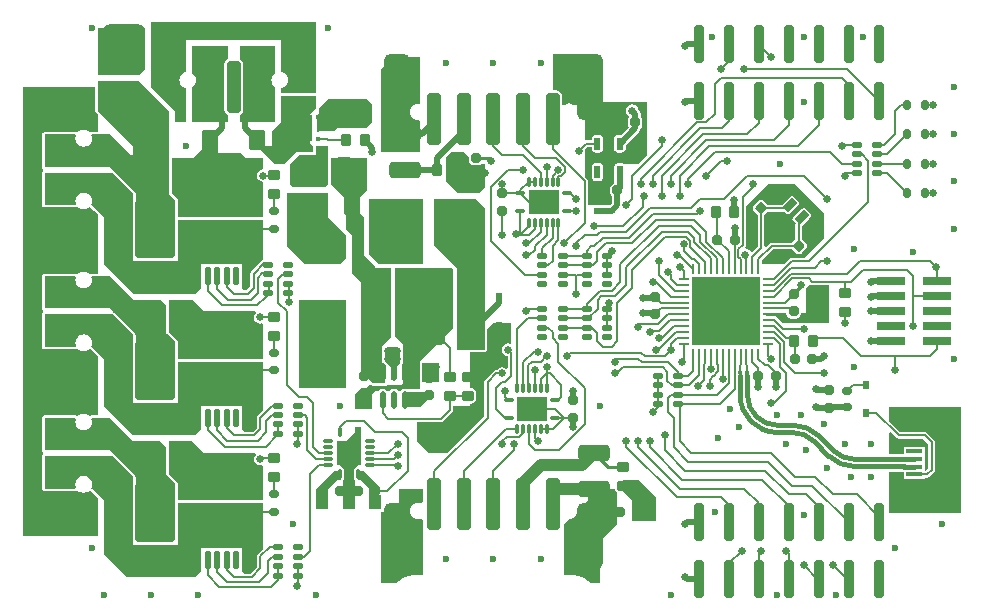
<source format=gtl>
G04*
G04 #@! TF.GenerationSoftware,Altium Limited,Altium Designer,18.0.7 (293)*
G04*
G04 Layer_Physical_Order=1*
G04 Layer_Color=255*
%FSLAX25Y25*%
%MOIN*%
G70*
G01*
G75*
%ADD11C,0.00787*%
%ADD114C,0.01800*%
%ADD115C,0.00610*%
%ADD116R,0.22835X0.22835*%
%ADD117O,0.03347X0.00787*%
%ADD118O,0.00787X0.03347*%
%ADD119R,0.08071X0.08071*%
%ADD120O,0.01102X0.03347*%
%ADD121O,0.03347X0.01102*%
G04:AMPARAMS|DCode=122|XSize=39.37mil|YSize=35.43mil|CornerRadius=8.86mil|HoleSize=0mil|Usage=FLASHONLY|Rotation=180.000|XOffset=0mil|YOffset=0mil|HoleType=Round|Shape=RoundedRectangle|*
%AMROUNDEDRECTD122*
21,1,0.03937,0.01772,0,0,180.0*
21,1,0.02165,0.03543,0,0,180.0*
1,1,0.01772,-0.01083,0.00886*
1,1,0.01772,0.01083,0.00886*
1,1,0.01772,0.01083,-0.00886*
1,1,0.01772,-0.01083,-0.00886*
%
%ADD122ROUNDEDRECTD122*%
G04:AMPARAMS|DCode=123|XSize=39.37mil|YSize=35.43mil|CornerRadius=8.86mil|HoleSize=0mil|Usage=FLASHONLY|Rotation=270.000|XOffset=0mil|YOffset=0mil|HoleType=Round|Shape=RoundedRectangle|*
%AMROUNDEDRECTD123*
21,1,0.03937,0.01772,0,0,270.0*
21,1,0.02165,0.03543,0,0,270.0*
1,1,0.01772,-0.00886,-0.01083*
1,1,0.01772,-0.00886,0.01083*
1,1,0.01772,0.00886,0.01083*
1,1,0.01772,0.00886,-0.01083*
%
%ADD123ROUNDEDRECTD123*%
G04:AMPARAMS|DCode=124|XSize=31.5mil|YSize=31.5mil|CornerRadius=7.87mil|HoleSize=0mil|Usage=FLASHONLY|Rotation=90.000|XOffset=0mil|YOffset=0mil|HoleType=Round|Shape=RoundedRectangle|*
%AMROUNDEDRECTD124*
21,1,0.03150,0.01575,0,0,90.0*
21,1,0.01575,0.03150,0,0,90.0*
1,1,0.01575,0.00787,0.00787*
1,1,0.01575,0.00787,-0.00787*
1,1,0.01575,-0.00787,-0.00787*
1,1,0.01575,-0.00787,0.00787*
%
%ADD124ROUNDEDRECTD124*%
G04:AMPARAMS|DCode=125|XSize=31.5mil|YSize=31.5mil|CornerRadius=7.87mil|HoleSize=0mil|Usage=FLASHONLY|Rotation=0.000|XOffset=0mil|YOffset=0mil|HoleType=Round|Shape=RoundedRectangle|*
%AMROUNDEDRECTD125*
21,1,0.03150,0.01575,0,0,0.0*
21,1,0.01575,0.03150,0,0,0.0*
1,1,0.01575,0.00787,-0.00787*
1,1,0.01575,-0.00787,-0.00787*
1,1,0.01575,-0.00787,0.00787*
1,1,0.01575,0.00787,0.00787*
%
%ADD125ROUNDEDRECTD125*%
G04:AMPARAMS|DCode=126|XSize=31.5mil|YSize=31.5mil|CornerRadius=7.87mil|HoleSize=0mil|Usage=FLASHONLY|Rotation=45.000|XOffset=0mil|YOffset=0mil|HoleType=Round|Shape=RoundedRectangle|*
%AMROUNDEDRECTD126*
21,1,0.03150,0.01575,0,0,45.0*
21,1,0.01575,0.03150,0,0,45.0*
1,1,0.01575,0.01114,0.00000*
1,1,0.01575,0.00000,-0.01114*
1,1,0.01575,-0.01114,0.00000*
1,1,0.01575,0.00000,0.01114*
%
%ADD126ROUNDEDRECTD126*%
G04:AMPARAMS|DCode=127|XSize=106.3mil|YSize=55.12mil|CornerRadius=13.78mil|HoleSize=0mil|Usage=FLASHONLY|Rotation=90.000|XOffset=0mil|YOffset=0mil|HoleType=Round|Shape=RoundedRectangle|*
%AMROUNDEDRECTD127*
21,1,0.10630,0.02756,0,0,90.0*
21,1,0.07874,0.05512,0,0,90.0*
1,1,0.02756,0.01378,0.03937*
1,1,0.02756,0.01378,-0.03937*
1,1,0.02756,-0.01378,-0.03937*
1,1,0.02756,-0.01378,0.03937*
%
%ADD127ROUNDEDRECTD127*%
G04:AMPARAMS|DCode=128|XSize=106.3mil|YSize=55.12mil|CornerRadius=13.78mil|HoleSize=0mil|Usage=FLASHONLY|Rotation=0.000|XOffset=0mil|YOffset=0mil|HoleType=Round|Shape=RoundedRectangle|*
%AMROUNDEDRECTD128*
21,1,0.10630,0.02756,0,0,0.0*
21,1,0.07874,0.05512,0,0,0.0*
1,1,0.02756,0.03937,-0.01378*
1,1,0.02756,-0.03937,-0.01378*
1,1,0.02756,-0.03937,0.01378*
1,1,0.02756,0.03937,0.01378*
%
%ADD128ROUNDEDRECTD128*%
G04:AMPARAMS|DCode=129|XSize=116.14mil|YSize=137.8mil|CornerRadius=8.71mil|HoleSize=0mil|Usage=FLASHONLY|Rotation=0.000|XOffset=0mil|YOffset=0mil|HoleType=Round|Shape=RoundedRectangle|*
%AMROUNDEDRECTD129*
21,1,0.11614,0.12037,0,0,0.0*
21,1,0.09872,0.13780,0,0,0.0*
1,1,0.01742,0.04936,-0.06019*
1,1,0.01742,-0.04936,-0.06019*
1,1,0.01742,-0.04936,0.06019*
1,1,0.01742,0.04936,0.06019*
%
%ADD129ROUNDEDRECTD129*%
%ADD130R,0.02362X0.03150*%
G04:AMPARAMS|DCode=131|XSize=55.12mil|YSize=64.57mil|CornerRadius=5.51mil|HoleSize=0mil|Usage=FLASHONLY|Rotation=0.000|XOffset=0mil|YOffset=0mil|HoleType=Round|Shape=RoundedRectangle|*
%AMROUNDEDRECTD131*
21,1,0.05512,0.05354,0,0,0.0*
21,1,0.04409,0.06457,0,0,0.0*
1,1,0.01102,0.02205,-0.02677*
1,1,0.01102,-0.02205,-0.02677*
1,1,0.01102,-0.02205,0.02677*
1,1,0.01102,0.02205,0.02677*
%
%ADD131ROUNDEDRECTD131*%
%ADD132R,0.09449X0.02992*%
%ADD133R,0.05315X0.01575*%
G04:AMPARAMS|DCode=134|XSize=86.61mil|YSize=220.47mil|CornerRadius=21.65mil|HoleSize=0mil|Usage=FLASHONLY|Rotation=0.000|XOffset=0mil|YOffset=0mil|HoleType=Round|Shape=RoundedRectangle|*
%AMROUNDEDRECTD134*
21,1,0.08661,0.17717,0,0,0.0*
21,1,0.04331,0.22047,0,0,0.0*
1,1,0.04331,0.02165,-0.08858*
1,1,0.04331,-0.02165,-0.08858*
1,1,0.04331,-0.02165,0.08858*
1,1,0.04331,0.02165,0.08858*
%
%ADD134ROUNDEDRECTD134*%
G04:AMPARAMS|DCode=135|XSize=47.24mil|YSize=173.23mil|CornerRadius=11.81mil|HoleSize=0mil|Usage=FLASHONLY|Rotation=0.000|XOffset=0mil|YOffset=0mil|HoleType=Round|Shape=RoundedRectangle|*
%AMROUNDEDRECTD135*
21,1,0.04724,0.14961,0,0,0.0*
21,1,0.02362,0.17323,0,0,0.0*
1,1,0.02362,0.01181,-0.07480*
1,1,0.02362,-0.01181,-0.07480*
1,1,0.02362,-0.01181,0.07480*
1,1,0.02362,0.01181,0.07480*
%
%ADD135ROUNDEDRECTD135*%
G04:AMPARAMS|DCode=136|XSize=31.5mil|YSize=125.98mil|CornerRadius=7.87mil|HoleSize=0mil|Usage=FLASHONLY|Rotation=0.000|XOffset=0mil|YOffset=0mil|HoleType=Round|Shape=RoundedRectangle|*
%AMROUNDEDRECTD136*
21,1,0.03150,0.11024,0,0,0.0*
21,1,0.01575,0.12598,0,0,0.0*
1,1,0.01575,0.00787,-0.05512*
1,1,0.01575,-0.00787,-0.05512*
1,1,0.01575,-0.00787,0.05512*
1,1,0.01575,0.00787,0.05512*
%
%ADD136ROUNDEDRECTD136*%
%ADD137R,0.10039X0.08071*%
G04:AMPARAMS|DCode=138|XSize=17.72mil|YSize=35.43mil|CornerRadius=4.43mil|HoleSize=0mil|Usage=FLASHONLY|Rotation=270.000|XOffset=0mil|YOffset=0mil|HoleType=Round|Shape=RoundedRectangle|*
%AMROUNDEDRECTD138*
21,1,0.01772,0.02657,0,0,270.0*
21,1,0.00886,0.03543,0,0,270.0*
1,1,0.00886,-0.01329,-0.00443*
1,1,0.00886,-0.01329,0.00443*
1,1,0.00886,0.01329,0.00443*
1,1,0.00886,0.01329,-0.00443*
%
%ADD138ROUNDEDRECTD138*%
G04:AMPARAMS|DCode=139|XSize=21.65mil|YSize=43.31mil|CornerRadius=5.41mil|HoleSize=0mil|Usage=FLASHONLY|Rotation=0.000|XOffset=0mil|YOffset=0mil|HoleType=Round|Shape=RoundedRectangle|*
%AMROUNDEDRECTD139*
21,1,0.02165,0.03248,0,0,0.0*
21,1,0.01083,0.04331,0,0,0.0*
1,1,0.01083,0.00541,-0.01624*
1,1,0.01083,-0.00541,-0.01624*
1,1,0.01083,-0.00541,0.01624*
1,1,0.01083,0.00541,0.01624*
%
%ADD139ROUNDEDRECTD139*%
G04:AMPARAMS|DCode=140|XSize=31.5mil|YSize=23.62mil|CornerRadius=5.91mil|HoleSize=0mil|Usage=FLASHONLY|Rotation=180.000|XOffset=0mil|YOffset=0mil|HoleType=Round|Shape=RoundedRectangle|*
%AMROUNDEDRECTD140*
21,1,0.03150,0.01181,0,0,180.0*
21,1,0.01968,0.02362,0,0,180.0*
1,1,0.01181,-0.00984,0.00591*
1,1,0.01181,0.00984,0.00591*
1,1,0.01181,0.00984,-0.00591*
1,1,0.01181,-0.00984,-0.00591*
%
%ADD140ROUNDEDRECTD140*%
%ADD141R,0.05512X0.07480*%
%ADD142R,0.05512X0.06299*%
G04:AMPARAMS|DCode=143|XSize=23.62mil|YSize=43.31mil|CornerRadius=2.36mil|HoleSize=0mil|Usage=FLASHONLY|Rotation=315.000|XOffset=0mil|YOffset=0mil|HoleType=Round|Shape=RoundedRectangle|*
%AMROUNDEDRECTD143*
21,1,0.02362,0.03858,0,0,315.0*
21,1,0.01890,0.04331,0,0,315.0*
1,1,0.00472,-0.00696,-0.02032*
1,1,0.00472,-0.02032,-0.00696*
1,1,0.00472,0.00696,0.02032*
1,1,0.00472,0.02032,0.00696*
%
%ADD143ROUNDEDRECTD143*%
G04:AMPARAMS|DCode=144|XSize=59.06mil|YSize=19.68mil|CornerRadius=4.92mil|HoleSize=0mil|Usage=FLASHONLY|Rotation=270.000|XOffset=0mil|YOffset=0mil|HoleType=Round|Shape=RoundedRectangle|*
%AMROUNDEDRECTD144*
21,1,0.05906,0.00984,0,0,270.0*
21,1,0.04921,0.01968,0,0,270.0*
1,1,0.00984,-0.00492,-0.02461*
1,1,0.00984,-0.00492,0.02461*
1,1,0.00984,0.00492,0.02461*
1,1,0.00984,0.00492,-0.02461*
%
%ADD144ROUNDEDRECTD144*%
%ADD145O,0.01968X0.05906*%
G04:AMPARAMS|DCode=146|XSize=122.05mil|YSize=173.23mil|CornerRadius=6.1mil|HoleSize=0mil|Usage=FLASHONLY|Rotation=90.000|XOffset=0mil|YOffset=0mil|HoleType=Round|Shape=RoundedRectangle|*
%AMROUNDEDRECTD146*
21,1,0.12205,0.16102,0,0,90.0*
21,1,0.10984,0.17323,0,0,90.0*
1,1,0.01221,0.08051,0.05492*
1,1,0.01221,0.08051,-0.05492*
1,1,0.01221,-0.08051,-0.05492*
1,1,0.01221,-0.08051,0.05492*
%
%ADD146ROUNDEDRECTD146*%
G04:AMPARAMS|DCode=147|XSize=61.02mil|YSize=21.65mil|CornerRadius=5.41mil|HoleSize=0mil|Usage=FLASHONLY|Rotation=90.000|XOffset=0mil|YOffset=0mil|HoleType=Round|Shape=RoundedRectangle|*
%AMROUNDEDRECTD147*
21,1,0.06102,0.01083,0,0,90.0*
21,1,0.05020,0.02165,0,0,90.0*
1,1,0.01083,0.00541,0.02510*
1,1,0.01083,0.00541,-0.02510*
1,1,0.01083,-0.00541,-0.02510*
1,1,0.01083,-0.00541,0.02510*
%
%ADD147ROUNDEDRECTD147*%
G04:AMPARAMS|DCode=148|XSize=54.72mil|YSize=55.12mil|CornerRadius=13.68mil|HoleSize=0mil|Usage=FLASHONLY|Rotation=90.000|XOffset=0mil|YOffset=0mil|HoleType=Round|Shape=RoundedRectangle|*
%AMROUNDEDRECTD148*
21,1,0.05472,0.02776,0,0,90.0*
21,1,0.02736,0.05512,0,0,90.0*
1,1,0.02736,0.01388,0.01368*
1,1,0.02736,0.01388,-0.01368*
1,1,0.02736,-0.01388,-0.01368*
1,1,0.02736,-0.01388,0.01368*
%
%ADD148ROUNDEDRECTD148*%
G04:AMPARAMS|DCode=149|XSize=132.28mil|YSize=191.34mil|CornerRadius=6.61mil|HoleSize=0mil|Usage=FLASHONLY|Rotation=0.000|XOffset=0mil|YOffset=0mil|HoleType=Round|Shape=RoundedRectangle|*
%AMROUNDEDRECTD149*
21,1,0.13228,0.17811,0,0,0.0*
21,1,0.11906,0.19134,0,0,0.0*
1,1,0.01323,0.05953,-0.08906*
1,1,0.01323,-0.05953,-0.08906*
1,1,0.01323,-0.05953,0.08906*
1,1,0.01323,0.05953,0.08906*
%
%ADD149ROUNDEDRECTD149*%
%ADD150R,0.01181X0.01378*%
G04:AMPARAMS|DCode=151|XSize=11.81mil|YSize=13.78mil|CornerRadius=1.18mil|HoleSize=0mil|Usage=FLASHONLY|Rotation=0.000|XOffset=0mil|YOffset=0mil|HoleType=Round|Shape=RoundedRectangle|*
%AMROUNDEDRECTD151*
21,1,0.01181,0.01142,0,0,0.0*
21,1,0.00945,0.01378,0,0,0.0*
1,1,0.00236,0.00472,-0.00571*
1,1,0.00236,-0.00472,-0.00571*
1,1,0.00236,-0.00472,0.00571*
1,1,0.00236,0.00472,0.00571*
%
%ADD151ROUNDEDRECTD151*%
%ADD152R,0.03740X0.05906*%
G04:AMPARAMS|DCode=153|XSize=9.25mil|YSize=34.25mil|CornerRadius=0.93mil|HoleSize=0mil|Usage=FLASHONLY|Rotation=0.000|XOffset=0mil|YOffset=0mil|HoleType=Round|Shape=RoundedRectangle|*
%AMROUNDEDRECTD153*
21,1,0.00925,0.03240,0,0,0.0*
21,1,0.00740,0.03425,0,0,0.0*
1,1,0.00185,0.00370,-0.01620*
1,1,0.00185,-0.00370,-0.01620*
1,1,0.00185,-0.00370,0.01620*
1,1,0.00185,0.00370,0.01620*
%
%ADD153ROUNDEDRECTD153*%
G04:AMPARAMS|DCode=154|XSize=93.31mil|YSize=95.67mil|CornerRadius=9.33mil|HoleSize=0mil|Usage=FLASHONLY|Rotation=90.000|XOffset=0mil|YOffset=0mil|HoleType=Round|Shape=RoundedRectangle|*
%AMROUNDEDRECTD154*
21,1,0.09331,0.07701,0,0,90.0*
21,1,0.07465,0.09567,0,0,90.0*
1,1,0.01866,0.03850,0.03732*
1,1,0.01866,0.03850,-0.03732*
1,1,0.01866,-0.03850,-0.03732*
1,1,0.01866,-0.03850,0.03732*
%
%ADD154ROUNDEDRECTD154*%
G04:AMPARAMS|DCode=155|XSize=31.5mil|YSize=23.62mil|CornerRadius=5.91mil|HoleSize=0mil|Usage=FLASHONLY|Rotation=270.000|XOffset=0mil|YOffset=0mil|HoleType=Round|Shape=RoundedRectangle|*
%AMROUNDEDRECTD155*
21,1,0.03150,0.01181,0,0,270.0*
21,1,0.01968,0.02362,0,0,270.0*
1,1,0.01181,-0.00591,-0.00984*
1,1,0.01181,-0.00591,0.00984*
1,1,0.01181,0.00591,0.00984*
1,1,0.01181,0.00591,-0.00984*
%
%ADD155ROUNDEDRECTD155*%
G04:AMPARAMS|DCode=156|XSize=47.24mil|YSize=173.23mil|CornerRadius=11.81mil|HoleSize=0mil|Usage=FLASHONLY|Rotation=90.000|XOffset=0mil|YOffset=0mil|HoleType=Round|Shape=RoundedRectangle|*
%AMROUNDEDRECTD156*
21,1,0.04724,0.14961,0,0,90.0*
21,1,0.02362,0.17323,0,0,90.0*
1,1,0.02362,0.07480,0.01181*
1,1,0.02362,0.07480,-0.01181*
1,1,0.02362,-0.07480,-0.01181*
1,1,0.02362,-0.07480,0.01181*
%
%ADD156ROUNDEDRECTD156*%
G04:AMPARAMS|DCode=157|XSize=86.61mil|YSize=220.47mil|CornerRadius=21.65mil|HoleSize=0mil|Usage=FLASHONLY|Rotation=90.000|XOffset=0mil|YOffset=0mil|HoleType=Round|Shape=RoundedRectangle|*
%AMROUNDEDRECTD157*
21,1,0.08661,0.17717,0,0,90.0*
21,1,0.04331,0.22047,0,0,90.0*
1,1,0.04331,0.08858,0.02165*
1,1,0.04331,0.08858,-0.02165*
1,1,0.04331,-0.08858,-0.02165*
1,1,0.04331,-0.08858,0.02165*
%
%ADD157ROUNDEDRECTD157*%
G04:AMPARAMS|DCode=158|XSize=74.8mil|YSize=55.12mil|CornerRadius=13.78mil|HoleSize=0mil|Usage=FLASHONLY|Rotation=90.000|XOffset=0mil|YOffset=0mil|HoleType=Round|Shape=RoundedRectangle|*
%AMROUNDEDRECTD158*
21,1,0.07480,0.02756,0,0,90.0*
21,1,0.04724,0.05512,0,0,90.0*
1,1,0.02756,0.01378,0.02362*
1,1,0.02756,0.01378,-0.02362*
1,1,0.02756,-0.01378,-0.02362*
1,1,0.02756,-0.01378,0.02362*
%
%ADD158ROUNDEDRECTD158*%
G04:AMPARAMS|DCode=159|XSize=70.08mil|YSize=137.8mil|CornerRadius=17.52mil|HoleSize=0mil|Usage=FLASHONLY|Rotation=270.000|XOffset=0mil|YOffset=0mil|HoleType=Round|Shape=RoundedRectangle|*
%AMROUNDEDRECTD159*
21,1,0.07008,0.10276,0,0,270.0*
21,1,0.03504,0.13780,0,0,270.0*
1,1,0.03504,-0.05138,-0.01752*
1,1,0.03504,-0.05138,0.01752*
1,1,0.03504,0.05138,0.01752*
1,1,0.03504,0.05138,-0.01752*
%
%ADD159ROUNDEDRECTD159*%
%ADD160C,0.01968*%
%ADD161C,0.00984*%
%ADD162C,0.03937*%
%ADD163C,0.01181*%
%ADD164O,0.06299X0.03543*%
%ADD165C,0.02559*%
%ADD166C,0.02362*%
G36*
X41339Y179134D02*
X39370Y177165D01*
X25591D01*
Y181102D01*
Y192719D01*
X25629Y192913D01*
X41339D01*
Y179134D01*
D02*
G37*
G36*
X98425Y171260D02*
X86614D01*
Y172863D01*
X86940Y172906D01*
X87610Y173183D01*
X88186Y173625D01*
X88628Y174201D01*
X88905Y174871D01*
X89000Y175591D01*
X88905Y176310D01*
X88628Y176980D01*
X88186Y177556D01*
X87610Y177998D01*
X86940Y178276D01*
X86614Y178318D01*
Y188976D01*
X55118D01*
Y178318D01*
X54792Y178276D01*
X54122Y177998D01*
X53546Y177556D01*
X53105Y176980D01*
X52827Y176310D01*
X52732Y175591D01*
X52827Y174871D01*
X53105Y174201D01*
X53546Y173625D01*
X54122Y173183D01*
X54792Y172906D01*
X55118Y172863D01*
Y161417D01*
X51181D01*
Y165354D01*
X43307Y173228D01*
Y194882D01*
X98425D01*
Y171260D01*
D02*
G37*
G36*
X132874Y168042D02*
X132498Y167712D01*
X132283Y167740D01*
X131564Y167646D01*
X130894Y167368D01*
X130318Y166926D01*
X129876Y166350D01*
X129598Y165680D01*
X129504Y164961D01*
X129598Y164241D01*
X129876Y163571D01*
X130318Y162995D01*
X130894Y162553D01*
X131564Y162276D01*
X132283Y162181D01*
X132498Y162209D01*
X132874Y161880D01*
Y151575D01*
X120079D01*
Y179134D01*
X124016Y183071D01*
X132874D01*
Y168042D01*
D02*
G37*
G36*
X84646Y177856D02*
X84255Y177556D01*
X83813Y176980D01*
X83535Y176310D01*
X83441Y175591D01*
X83535Y174871D01*
X83813Y174201D01*
X84255Y173625D01*
X84646Y173325D01*
Y161417D01*
X72835D01*
Y163907D01*
X73466Y164329D01*
X73901Y164980D01*
X74054Y165748D01*
Y180709D01*
X73901Y181477D01*
X73466Y182128D01*
X72835Y182550D01*
Y187008D01*
X84646D01*
Y177856D01*
D02*
G37*
G36*
X68898Y182550D02*
X68266Y182128D01*
X67831Y181477D01*
X67678Y180709D01*
Y165748D01*
X67831Y164980D01*
X68266Y164329D01*
X68898Y163907D01*
Y161417D01*
X57087D01*
Y173325D01*
X57477Y173625D01*
X57919Y174201D01*
X58197Y174871D01*
X58292Y175591D01*
X58197Y176310D01*
X57919Y176980D01*
X57477Y177556D01*
X57087Y177856D01*
Y187008D01*
X68898D01*
Y182550D01*
D02*
G37*
G36*
X117126Y167323D02*
Y161417D01*
X115157Y159449D01*
X105315Y159449D01*
X104331Y158465D01*
X98819D01*
X98819Y163732D01*
X99433Y164346D01*
Y166315D01*
X102280Y169291D01*
X115157D01*
X117126Y167323D01*
D02*
G37*
G36*
X24788Y165354D02*
X24788Y165354D01*
X24849Y165047D01*
X25023Y164787D01*
X25591Y164219D01*
Y158283D01*
X23728D01*
X23651Y158268D01*
X23572D01*
X23499Y158238D01*
X23421Y158222D01*
X23355Y158178D01*
X23282Y158148D01*
X23047Y158106D01*
X22256Y158510D01*
X21586Y158787D01*
X20866Y158882D01*
X20147Y158787D01*
X19476Y158510D01*
X18685Y158106D01*
X18450Y158148D01*
X18377Y158178D01*
X18311Y158222D01*
X18234Y158238D01*
X18161Y158268D01*
X18081D01*
X18004Y158283D01*
X7874D01*
X7567Y158222D01*
X7306Y158048D01*
X7132Y157788D01*
X7071Y157480D01*
Y147487D01*
X7071Y146653D01*
X7071Y146653D01*
X7132Y146346D01*
X7306Y145978D01*
Y145361D01*
X7132Y144992D01*
X7071Y144685D01*
X7071Y134691D01*
X7071Y133858D01*
X7071Y133858D01*
X7132Y133551D01*
X7306Y133291D01*
X7567Y133116D01*
X7874Y133055D01*
X7874Y133055D01*
X8707Y133055D01*
X18004Y133055D01*
X18081Y133071D01*
X18161D01*
X18234Y133101D01*
X18311Y133117D01*
X18377Y133160D01*
X18450Y133191D01*
X18685Y133232D01*
X19476Y132829D01*
X20147Y132551D01*
X20866Y132457D01*
X21586Y132551D01*
X22256Y132829D01*
X22909Y133206D01*
X24317Y132028D01*
X25591Y130754D01*
Y111039D01*
X23728D01*
X23651Y111024D01*
X23572D01*
X23499Y110993D01*
X23421Y110978D01*
X23355Y110934D01*
X23282Y110904D01*
X23047Y110862D01*
X22256Y111266D01*
X21586Y111543D01*
X20866Y111638D01*
X20147Y111543D01*
X19476Y111266D01*
X18685Y110862D01*
X18450Y110904D01*
X18377Y110934D01*
X18311Y110978D01*
X18234Y110993D01*
X18161Y111024D01*
X18081D01*
X18004Y111039D01*
X7874D01*
X7567Y110978D01*
X7306Y110804D01*
X7132Y110544D01*
X7071Y110236D01*
Y100243D01*
X7071Y99409D01*
X7071Y99409D01*
X7132Y99102D01*
X7306Y98734D01*
Y98116D01*
X7132Y97748D01*
X7071Y97441D01*
X7071Y87447D01*
X7071Y86614D01*
X7071Y86614D01*
X7132Y86307D01*
X7306Y86046D01*
X7567Y85873D01*
X7874Y85811D01*
X7874Y85811D01*
X8707Y85811D01*
X18004Y85811D01*
X18081Y85827D01*
X18161D01*
X18234Y85857D01*
X18311Y85873D01*
X18377Y85916D01*
X18450Y85947D01*
X18685Y85988D01*
X19476Y85585D01*
X20147Y85307D01*
X20866Y85212D01*
X21586Y85307D01*
X22256Y85585D01*
X22909Y85962D01*
X24317Y84784D01*
X25591Y83510D01*
Y63795D01*
X23728D01*
X23651Y63779D01*
X23572D01*
X23499Y63749D01*
X23421Y63734D01*
X23355Y63690D01*
X23282Y63660D01*
X23047Y63618D01*
X22256Y64021D01*
X21586Y64299D01*
X20866Y64394D01*
X20147Y64299D01*
X19476Y64021D01*
X18685Y63618D01*
X18450Y63660D01*
X18377Y63690D01*
X18311Y63734D01*
X18234Y63749D01*
X18161Y63779D01*
X18081D01*
X18004Y63795D01*
X7874D01*
X7567Y63734D01*
X7306Y63560D01*
X7132Y63299D01*
X7071Y62992D01*
Y52999D01*
X7071Y52165D01*
X7071Y52165D01*
X7132Y51858D01*
X7306Y51490D01*
Y50872D01*
X7132Y50504D01*
X7071Y50197D01*
X7071Y40203D01*
X7071Y39370D01*
X7071Y39370D01*
X7132Y39063D01*
X7306Y38802D01*
X7567Y38628D01*
X7874Y38567D01*
X7874Y38567D01*
X8707Y38567D01*
X18004Y38567D01*
X18081Y38583D01*
X18161D01*
X18234Y38613D01*
X18311Y38628D01*
X18377Y38672D01*
X18450Y38703D01*
X18685Y38744D01*
X19476Y38341D01*
X20147Y38063D01*
X20866Y37968D01*
X21586Y38063D01*
X22256Y38341D01*
X22909Y38718D01*
X24317Y37540D01*
X25591Y36266D01*
Y23622D01*
X803D01*
X803Y173228D01*
X24788D01*
X24788Y165354D01*
D02*
G37*
G36*
X65748Y151181D02*
X73228D01*
X74803Y149606D01*
X80709D01*
X80709Y145808D01*
X79902Y145648D01*
X79219Y145191D01*
X78762Y144507D01*
X78601Y143701D01*
X78762Y142894D01*
X79219Y142211D01*
X79902Y141754D01*
X80709Y141593D01*
X80709Y129921D01*
X52165Y129921D01*
Y135827D01*
X50197Y137795D01*
Y149606D01*
X57480D01*
X61811Y153937D01*
X62101D01*
X62242Y153843D01*
X62933Y153705D01*
X63624Y153843D01*
X63765Y153937D01*
X65748Y153937D01*
Y151181D01*
D02*
G37*
G36*
X190945Y168307D02*
X208661D01*
X208661Y150591D01*
X205709Y147638D01*
X200845D01*
X200666Y147757D01*
X200148Y147861D01*
X199065D01*
X198547Y147757D01*
X198367Y147638D01*
X197835D01*
Y147056D01*
X197813Y147024D01*
X197710Y146506D01*
Y143258D01*
X197800Y142807D01*
Y141127D01*
X197417Y141050D01*
X196896Y140702D01*
X196548Y140181D01*
X196426Y139567D01*
Y137992D01*
X196548Y137378D01*
X196896Y136857D01*
X197012Y136779D01*
Y134607D01*
X196264Y133858D01*
X195076D01*
X194882Y133897D01*
X194688Y133858D01*
X192123Y133858D01*
X191929Y133897D01*
X191735Y133858D01*
X189106D01*
Y141732D01*
X189021Y142159D01*
X188780Y142520D01*
X187992Y143308D01*
Y152460D01*
X188749Y153217D01*
X190230D01*
Y152707D01*
X190333Y152188D01*
X190627Y151749D01*
X191066Y151455D01*
X191585Y151352D01*
X192667D01*
X193186Y151455D01*
X193625Y151749D01*
X193919Y152188D01*
X194022Y152707D01*
Y155955D01*
X193919Y156473D01*
X193625Y156913D01*
X193186Y157206D01*
X192667Y157309D01*
X191585D01*
X191066Y157206D01*
X190627Y156913D01*
X190333Y156473D01*
X190230Y155955D01*
Y155445D01*
X188287D01*
X187992Y155687D01*
Y167323D01*
X184126D01*
X184067Y167368D01*
X183397Y167646D01*
X182677Y167740D01*
X181958Y167646D01*
X181287Y167368D01*
X181229Y167323D01*
X180353D01*
Y170079D01*
X180201Y170847D01*
X179766Y171498D01*
X179114Y171933D01*
X178347Y172086D01*
X177165D01*
Y184055D01*
X190945D01*
Y168307D01*
D02*
G37*
G36*
X49213Y165354D02*
X49213Y147638D01*
D01*
X49213Y137795D01*
X49439Y137569D01*
X49455Y137488D01*
X49629Y137228D01*
X49629Y137228D01*
X51181Y135676D01*
Y130906D01*
X38058D01*
Y134622D01*
X38132Y134992D01*
X38143Y135010D01*
X38159Y135087D01*
X38189Y135160D01*
Y135240D01*
X38204Y135317D01*
Y137795D01*
X38204Y137795D01*
X38143Y138102D01*
X37969Y138363D01*
X37969Y138363D01*
X31079Y145253D01*
X31079Y145253D01*
X30819Y145427D01*
X30738Y145443D01*
X29528Y146653D01*
X7874Y146653D01*
Y157480D01*
X18004D01*
X18282Y157065D01*
X18181Y156822D01*
X18087Y156102D01*
X18181Y155383D01*
X18459Y154712D01*
X18901Y154137D01*
X19476Y153695D01*
X20147Y153417D01*
X20866Y153323D01*
X21586Y153417D01*
X22256Y153695D01*
X22832Y154137D01*
X23273Y154712D01*
X23551Y155383D01*
X23646Y156102D01*
X23551Y156822D01*
X23450Y157065D01*
X23728Y157480D01*
X29528D01*
X36417Y150591D01*
X37402D01*
Y153543D01*
X25591Y165354D01*
X25591Y175197D01*
X39370D01*
X49213Y165354D01*
D02*
G37*
G36*
X98425Y170276D02*
Y166339D01*
X96457Y164370D01*
Y154528D01*
X97441Y153543D01*
Y151575D01*
X91535D01*
X87598Y147638D01*
X84646D01*
X79724Y152559D01*
Y153543D01*
X83661D01*
Y158465D01*
X86614Y161417D01*
Y170276D01*
X98425Y170276D01*
D02*
G37*
G36*
X102362Y140748D02*
X101378Y139764D01*
X90551D01*
X89567Y140748D01*
Y147638D01*
X91535Y149606D01*
X92520Y150591D01*
X98425D01*
Y153543D01*
X102362D01*
Y140748D01*
D02*
G37*
G36*
X149182Y150031D02*
Y148819D01*
X149304Y148204D01*
X149652Y147684D01*
X150173Y147336D01*
X150787Y147213D01*
X152362D01*
X152977Y147336D01*
X153429Y147638D01*
X154528D01*
Y139764D01*
X152559Y137795D01*
X145669D01*
X141732Y141732D01*
X141732Y150004D01*
X143303Y151575D01*
X147638D01*
X149182Y150031D01*
D02*
G37*
G36*
X258071Y140748D02*
X267717Y131102D01*
X267717Y123031D01*
X260956Y116271D01*
X256890D01*
X256464Y116187D01*
X256102Y115945D01*
X254330Y114173D01*
X247207Y114173D01*
X246845Y114536D01*
Y115348D01*
X250637Y119141D01*
X256973D01*
X256987Y119119D01*
X258101Y118006D01*
X258622Y117658D01*
X259236Y117535D01*
X259851Y117658D01*
X260371Y118006D01*
X261485Y119119D01*
X261833Y119640D01*
X261955Y120255D01*
X261833Y120869D01*
X261485Y121390D01*
X260371Y122503D01*
X260350Y122518D01*
Y127003D01*
X262521Y129174D01*
X262763Y129536D01*
X262797Y129709D01*
X262987Y129899D01*
X263213Y130238D01*
X263292Y130637D01*
X263213Y131036D01*
X262987Y131375D01*
X261650Y132711D01*
X261312Y132938D01*
X260912Y133017D01*
X260513Y132938D01*
X260174Y132711D01*
X257446Y129983D01*
X257220Y129645D01*
X257140Y129245D01*
X257220Y128846D01*
X257446Y128507D01*
X258183Y127770D01*
X258122Y127464D01*
Y122518D01*
X258101Y122503D01*
X256987Y121390D01*
X256973Y121369D01*
X250176D01*
X249750Y121284D01*
X249388Y121042D01*
X248249Y119903D01*
X247787Y120094D01*
Y130554D01*
X247808Y130569D01*
X248922Y131682D01*
X248936Y131704D01*
X254119D01*
X254228Y131725D01*
X254885Y131068D01*
X255224Y130842D01*
X255623Y130763D01*
X256022Y130842D01*
X256361Y131068D01*
X259089Y133797D01*
X259315Y134135D01*
X259395Y134534D01*
X259315Y134934D01*
X259089Y135272D01*
X257753Y136609D01*
X257414Y136835D01*
X257015Y136914D01*
X256616Y136835D01*
X256277Y136609D01*
X253600Y133932D01*
X248936D01*
X248922Y133953D01*
X247808Y135066D01*
X247288Y135415D01*
X246673Y135537D01*
X246059Y135415D01*
X245538Y135066D01*
X244424Y133953D01*
X244076Y133432D01*
X243954Y132818D01*
X244076Y132203D01*
X244424Y131682D01*
X245538Y130569D01*
X245559Y130554D01*
Y119846D01*
X243770Y118057D01*
X243225Y118219D01*
X242828Y118813D01*
X242145Y119270D01*
X242102Y119278D01*
X241482Y119899D01*
X241580Y120046D01*
X241665Y120472D01*
Y133397D01*
X249016Y140748D01*
X258071Y140748D01*
D02*
G37*
G36*
X133858Y114173D02*
X119201D01*
X116142Y117232D01*
Y135827D01*
X133858D01*
Y114173D01*
D02*
G37*
G36*
X102362Y129921D02*
X108268Y124016D01*
X108268Y116142D01*
X106299Y114173D01*
X94488D01*
X88583Y120079D01*
Y137795D01*
X102362Y137795D01*
Y129921D01*
D02*
G37*
G36*
X37402Y102362D02*
X46260D01*
X48228Y100394D01*
X48228Y91535D01*
X48455Y91309D01*
X48471Y91228D01*
X48645Y90968D01*
X48645Y90968D01*
X51181Y88432D01*
Y83662D01*
X38058D01*
Y87378D01*
X38132Y87748D01*
X38143Y87766D01*
X38159Y87843D01*
X38189Y87916D01*
Y87995D01*
X38204Y88073D01*
Y90551D01*
X38204Y90551D01*
X38143Y90858D01*
X37969Y91119D01*
X37969Y91119D01*
X31079Y98009D01*
X31079Y98009D01*
X30819Y98183D01*
X30738Y98199D01*
X29528Y99410D01*
X7874Y99409D01*
Y110236D01*
X18004D01*
X18282Y109820D01*
X18181Y109578D01*
X18087Y108858D01*
X18181Y108139D01*
X18459Y107468D01*
X18901Y106893D01*
X19476Y106451D01*
X20147Y106173D01*
X20866Y106079D01*
X21586Y106173D01*
X22256Y106451D01*
X22832Y106893D01*
X23273Y107468D01*
X23551Y108139D01*
X23646Y108858D01*
X23551Y109578D01*
X23450Y109820D01*
X23728Y110236D01*
X29528D01*
X37402Y102362D01*
D02*
G37*
G36*
X37402Y137795D02*
Y135317D01*
X37367Y135266D01*
X37255Y134701D01*
Y116890D01*
X37367Y116324D01*
X37402Y116273D01*
Y115157D01*
X52165Y115157D01*
X52165Y128937D01*
X80709Y128937D01*
Y115625D01*
X80475Y115578D01*
X80068Y115306D01*
X79796Y114899D01*
X79780Y114820D01*
X76771Y111811D01*
X76530Y111450D01*
X76445Y111024D01*
Y106805D01*
X75085Y105445D01*
X74432D01*
X73819Y106058D01*
X73819Y114173D01*
X60039D01*
Y106299D01*
X58071Y104331D01*
X37402Y104331D01*
X27559Y114173D01*
Y129921D01*
X23622Y133858D01*
X23410Y134176D01*
X23551Y134517D01*
X23646Y135236D01*
X23551Y135956D01*
X23273Y136626D01*
X22832Y137202D01*
X22256Y137644D01*
X21586Y137921D01*
X20866Y138016D01*
X20147Y137921D01*
X19476Y137644D01*
X18901Y137202D01*
X18459Y136626D01*
X18181Y135956D01*
X18087Y135236D01*
X18181Y134517D01*
X18282Y134274D01*
X18004Y133858D01*
X7874Y133858D01*
X7874Y144685D01*
X30512Y144685D01*
X37402Y137795D01*
D02*
G37*
G36*
X263353Y107239D02*
X263779Y107154D01*
X269353D01*
Y94488D01*
X261525Y94488D01*
X260827Y94627D01*
X260128Y94488D01*
X253937Y94488D01*
X251378Y97047D01*
X248191D01*
X248117Y97446D01*
X248462Y97835D01*
X255149Y97835D01*
Y97638D01*
X255271Y97023D01*
X255619Y96502D01*
X256140Y96154D01*
X256754Y96032D01*
X258329D01*
X258944Y96154D01*
X259465Y96502D01*
X259813Y97023D01*
X259935Y97638D01*
Y97835D01*
X261811D01*
X261811Y106299D01*
X262795Y107283D01*
X263286D01*
X263353Y107239D01*
D02*
G37*
G36*
X163386Y88014D02*
X162886Y87641D01*
X162402Y87737D01*
X161595Y87577D01*
X160911Y87120D01*
X160455Y86436D01*
X160294Y85630D01*
X160455Y84824D01*
X160911Y84140D01*
X161595Y83683D01*
X162272Y83548D01*
Y79556D01*
X161772Y79347D01*
X161240Y79703D01*
X160433Y79863D01*
X159627Y79703D01*
X158943Y79246D01*
X158692Y78870D01*
X158465D01*
X158038Y78785D01*
X157677Y78544D01*
X154724Y75591D01*
X154483Y75229D01*
X154398Y74803D01*
Y63454D01*
X142125Y51181D01*
X135827D01*
X132095Y54913D01*
Y61484D01*
X140051D01*
X140478Y61569D01*
X140839Y61811D01*
X143792Y64763D01*
X144033Y65125D01*
X144118Y65551D01*
Y66929D01*
X149606D01*
Y67684D01*
X149992D01*
X150645Y67814D01*
X151198Y68183D01*
X151568Y68737D01*
X151698Y69390D01*
Y71161D01*
X151568Y71814D01*
X151198Y72368D01*
X150645Y72737D01*
X149992Y72867D01*
X149606D01*
Y84827D01*
X154527Y84827D01*
X154835Y84888D01*
X155095Y85062D01*
X155269Y85323D01*
X155330Y85630D01*
Y92338D01*
X157480Y94488D01*
X163386D01*
Y88014D01*
D02*
G37*
G36*
X154527Y132874D02*
X154527Y85630D01*
X145231Y85630D01*
X145231Y112750D01*
X137795Y120185D01*
X137795Y135827D01*
X151575Y135827D01*
X154527Y132874D01*
D02*
G37*
G36*
X61024Y98425D02*
X78050D01*
X78194Y98050D01*
X78220Y97925D01*
X77777Y97263D01*
X77617Y96457D01*
X77777Y95650D01*
X78234Y94967D01*
X78918Y94510D01*
X79724Y94349D01*
X80209Y94446D01*
X80709Y94073D01*
Y82677D01*
X52165Y82677D01*
Y88583D01*
X49213Y91535D01*
Y102362D01*
X57087D01*
X61024Y98425D01*
D02*
G37*
G36*
X240059Y79414D02*
X240362Y77398D01*
X239088Y77417D01*
X239449Y79422D01*
X240059Y79414D01*
D02*
G37*
G36*
X242734Y77435D02*
X241462Y77379D01*
X241705Y79403D01*
X242315Y79429D01*
X242734Y77435D01*
D02*
G37*
G36*
X125591Y86614D02*
X126378Y85827D01*
Y84459D01*
X126363Y84381D01*
Y83257D01*
X126378Y83179D01*
Y81703D01*
X126363Y81625D01*
Y81346D01*
X125197Y79921D01*
X125128Y75409D01*
X123228D01*
Y79921D01*
X121260Y81890D01*
Y85827D01*
X122047Y86614D01*
X125591Y86614D01*
D02*
G37*
G36*
X139228Y74910D02*
X133728Y74910D01*
X133728Y81102D01*
X139228Y81102D01*
X139228Y74910D01*
D02*
G37*
G36*
X115157Y138779D02*
X112205Y135827D01*
Y131890D01*
X114173Y129921D01*
Y117126D01*
X118110Y113189D01*
Y112992D01*
X123319Y112992D01*
X123319Y89854D01*
X120366Y86902D01*
Y85222D01*
X120361Y85197D01*
X120366Y85172D01*
X120366Y82466D01*
X120361Y82441D01*
X120366Y82416D01*
Y81299D01*
X121350Y80315D01*
Y74410D01*
X117413Y74409D01*
X113386Y78437D01*
Y92216D01*
Y108071D01*
X110236Y111221D01*
Y124016D01*
X108268Y125984D01*
Y135827D01*
X103347Y140748D01*
Y149606D01*
X115157D01*
Y138779D01*
D02*
G37*
G36*
X144095Y112592D02*
X144095Y92913D01*
X132874Y81693D01*
X132874Y72810D01*
X132520Y72456D01*
X128655D01*
X127969Y72593D01*
X127277Y72456D01*
X126691Y72064D01*
X126549Y71850D01*
X125648D01*
X125506Y72064D01*
X124920Y72456D01*
X124228Y72593D01*
X123537Y72456D01*
X122951Y72064D01*
X122808Y71850D01*
X121908D01*
X121765Y72064D01*
X121179Y72456D01*
X120488Y72593D01*
X119797Y72456D01*
X119211Y72064D01*
X119068Y71850D01*
X118032D01*
X117126Y70866D01*
Y65945D01*
X111221D01*
Y70866D01*
X113189Y72835D01*
X115157D01*
X116102Y73779D01*
X116939D01*
X117106Y73668D01*
X117413Y73607D01*
X121350Y73607D01*
X121658Y73668D01*
X121825Y73779D01*
X127165D01*
Y81625D01*
X127171Y81634D01*
X127332Y82441D01*
X127171Y83247D01*
X127165Y83257D01*
Y84381D01*
X127171Y84390D01*
X127332Y85197D01*
X127171Y86003D01*
X127165Y86012D01*
Y87402D01*
X124728Y89838D01*
X124728Y112992D01*
X143695D01*
X144095Y112592D01*
D02*
G37*
G36*
X108268Y72835D02*
X92520D01*
Y102362D01*
X108268D01*
Y72835D01*
D02*
G37*
G36*
X136228Y68910D02*
X135228D01*
X132854Y66535D01*
X127165Y66535D01*
X127165Y70866D01*
X127953Y71653D01*
X136228D01*
X136228Y68910D01*
D02*
G37*
G36*
X37402Y55118D02*
X46260D01*
X48228Y53150D01*
X48228Y44291D01*
X48455Y44065D01*
X48471Y43984D01*
X48645Y43724D01*
X48645Y43724D01*
X51181Y41188D01*
Y36417D01*
X38058D01*
Y40134D01*
X38132Y40504D01*
X38143Y40522D01*
X38159Y40599D01*
X38189Y40672D01*
Y40751D01*
X38204Y40829D01*
Y43307D01*
X38204Y43307D01*
X38143Y43614D01*
X37969Y43875D01*
X37969Y43875D01*
X31079Y50765D01*
X31079Y50765D01*
X30819Y50939D01*
X30738Y50955D01*
X29528Y52165D01*
X7874Y52165D01*
Y62992D01*
X18004D01*
X18282Y62576D01*
X18181Y62334D01*
X18087Y61614D01*
X18181Y60895D01*
X18459Y60224D01*
X18901Y59649D01*
X19476Y59207D01*
X20147Y58929D01*
X20866Y58834D01*
X21586Y58929D01*
X22256Y59207D01*
X22832Y59649D01*
X23273Y60224D01*
X23551Y60895D01*
X23646Y61614D01*
X23551Y62334D01*
X23450Y62576D01*
X23728Y62992D01*
X29528D01*
X37402Y55118D01*
D02*
G37*
G36*
X37402Y90551D02*
Y88073D01*
X37367Y88022D01*
X37255Y87457D01*
Y69646D01*
X37367Y69080D01*
X37402Y69029D01*
Y67913D01*
X52165Y67913D01*
X52165Y81693D01*
X80709Y81693D01*
X80709Y65552D01*
X78937Y63780D01*
X78695Y63418D01*
X78610Y62992D01*
Y59517D01*
X77294Y58201D01*
X74673D01*
X73819Y59055D01*
X73819Y66929D01*
X60039D01*
Y59055D01*
X58071Y57087D01*
X37402Y57087D01*
X27559Y66929D01*
Y82677D01*
X23622Y86614D01*
X23410Y86932D01*
X23551Y87273D01*
X23646Y87992D01*
X23551Y88712D01*
X23273Y89382D01*
X22832Y89958D01*
X22256Y90399D01*
X21586Y90677D01*
X20866Y90772D01*
X20147Y90677D01*
X19476Y90399D01*
X18901Y89958D01*
X18459Y89382D01*
X18181Y88712D01*
X18087Y87992D01*
X18181Y87273D01*
X18282Y87030D01*
X18004Y86614D01*
X7874Y86614D01*
X7874Y97441D01*
X30512Y97441D01*
X37402Y90551D01*
D02*
G37*
G36*
X291732Y56299D02*
X292093Y56058D01*
X292520Y55973D01*
X300720D01*
X302429Y54263D01*
Y46131D01*
X301681Y45382D01*
X301181Y45590D01*
Y50197D01*
Y53347D01*
X294291D01*
Y51419D01*
X294253Y50934D01*
X293872Y50859D01*
X289370D01*
Y58008D01*
X289832Y58199D01*
X291732Y56299D01*
D02*
G37*
G36*
X313386Y31102D02*
X289370D01*
Y45008D01*
X293872D01*
X294253Y44932D01*
X294291Y44447D01*
Y42520D01*
X301181D01*
Y42981D01*
X301969D01*
X302395Y43065D01*
X302756Y43307D01*
X304331Y44882D01*
X304572Y45243D01*
X304657Y45669D01*
Y54724D01*
X304572Y55151D01*
X304331Y55512D01*
X301969Y57874D01*
X301607Y58116D01*
X301181Y58201D01*
X292981D01*
X289370Y61812D01*
Y66535D01*
X313386D01*
Y31102D01*
D02*
G37*
G36*
X61024Y51181D02*
X78050D01*
X78194Y50806D01*
X78220Y50681D01*
X77777Y50019D01*
X77617Y49213D01*
X77777Y48406D01*
X78234Y47722D01*
X78918Y47266D01*
X79724Y47105D01*
X80209Y47201D01*
X80709Y46829D01*
Y35433D01*
X52165Y35433D01*
Y41339D01*
X49213Y44291D01*
Y55118D01*
X57087D01*
X61024Y51181D01*
D02*
G37*
G36*
X133858Y34762D02*
X133358Y34427D01*
X133003Y34575D01*
X132283Y34670D01*
X131564Y34575D01*
X130894Y34297D01*
X130318Y33855D01*
X129876Y33280D01*
X129598Y32609D01*
X129504Y31890D01*
X129598Y31170D01*
X129876Y30500D01*
X130318Y29924D01*
X130894Y29482D01*
X131564Y29205D01*
X132283Y29110D01*
X133003Y29205D01*
X133358Y29352D01*
X133858Y29018D01*
Y10645D01*
X132095D01*
X132075Y10641D01*
X132055Y10644D01*
X131075Y10596D01*
X131018Y10582D01*
X130958D01*
X129035Y10199D01*
X128962Y10169D01*
X128885Y10154D01*
X127074Y9403D01*
X127008Y9359D01*
X126935Y9329D01*
X125305Y8240D01*
X125263Y8198D01*
X125212Y8167D01*
X124888Y7874D01*
X120079D01*
Y31496D01*
X125984D01*
Y39370D01*
X133858D01*
Y34762D01*
D02*
G37*
G36*
X119487Y39962D02*
X119296Y39500D01*
X118110D01*
X117684Y39415D01*
X117323Y39173D01*
X117081Y38812D01*
X116996Y38386D01*
X117081Y37960D01*
X117323Y37598D01*
X117684Y37357D01*
X118110Y37272D01*
X120079D01*
Y32674D01*
X120053Y32480D01*
X116142D01*
Y39370D01*
X113189Y42323D01*
X112402D01*
Y45276D01*
X114173D01*
X119487Y39962D01*
D02*
G37*
G36*
X113189Y48228D02*
X111221Y46260D01*
Y46153D01*
X110944Y45739D01*
X110840Y45217D01*
Y42972D01*
X110944Y42450D01*
X111221Y42036D01*
Y32480D01*
X107283D01*
Y42036D01*
X107560Y42450D01*
X107664Y42972D01*
Y45217D01*
X107560Y45739D01*
X107283Y46153D01*
Y46260D01*
X105315Y48228D01*
Y55118D01*
X108268D01*
X111221Y58071D01*
Y60039D01*
X113189D01*
Y48228D01*
D02*
G37*
G36*
X106496Y42323D02*
X105315D01*
X102362Y39370D01*
Y32480D01*
X98425D01*
Y39370D01*
X104331Y45276D01*
X106496D01*
Y42323D01*
D02*
G37*
G36*
X197999Y39272D02*
X198129Y38619D01*
X198498Y38065D01*
X198819Y37851D01*
Y27559D01*
X192913Y21654D01*
Y7874D01*
X190073D01*
X189749Y8167D01*
X189698Y8198D01*
X189656Y8240D01*
X188026Y9329D01*
X187953Y9359D01*
X187887Y9403D01*
X186076Y10154D01*
X185998Y10169D01*
X185925Y10199D01*
X184002Y10582D01*
X183943D01*
X183885Y10596D01*
X182905Y10644D01*
X182885Y10641D01*
X182866Y10645D01*
X181102D01*
X181102Y27559D01*
X182656Y29113D01*
X182677Y29110D01*
X183397Y29205D01*
X184067Y29482D01*
X184643Y29924D01*
X185084Y30500D01*
X185362Y31170D01*
X185457Y31890D01*
X185454Y31911D01*
X188976Y35433D01*
Y36484D01*
X190945D01*
X191664Y36579D01*
X192335Y36856D01*
X192910Y37298D01*
X193352Y37874D01*
X193630Y38544D01*
X193725Y39264D01*
X193818Y39370D01*
X197999D01*
Y39272D01*
D02*
G37*
G36*
X211614Y36417D02*
Y28543D01*
X203740D01*
Y35433D01*
X200787Y38386D01*
Y42323D01*
X205709D01*
X211614Y36417D01*
D02*
G37*
G36*
X37402Y43307D02*
Y40829D01*
X37367Y40778D01*
X37255Y40213D01*
Y22402D01*
X37367Y21836D01*
X37402Y21785D01*
Y20669D01*
X52165Y20669D01*
X52165Y34449D01*
X80709Y34449D01*
X80709Y19292D01*
X78975Y17558D01*
X78733Y17197D01*
X78649Y16770D01*
Y13200D01*
X76405Y10956D01*
X74673D01*
X73819Y11811D01*
X73819Y19685D01*
X60039D01*
Y11811D01*
X58071Y9843D01*
X35433Y9843D01*
X27559Y17717D01*
Y35433D01*
X23622Y39370D01*
X23410Y39688D01*
X23551Y40029D01*
X23646Y40748D01*
X23551Y41467D01*
X23273Y42138D01*
X22832Y42714D01*
X22256Y43155D01*
X21586Y43433D01*
X20866Y43528D01*
X20147Y43433D01*
X19476Y43155D01*
X18901Y42714D01*
X18459Y42138D01*
X18181Y41467D01*
X18087Y40748D01*
X18181Y40029D01*
X18282Y39786D01*
X18004Y39370D01*
X7874Y39370D01*
X7874Y50197D01*
X30512Y50197D01*
X37402Y43307D01*
D02*
G37*
%LPC*%
G36*
X203740Y167462D02*
X202934Y167301D01*
X202250Y166844D01*
X201793Y166161D01*
X201633Y165354D01*
X201793Y164548D01*
X202250Y163864D01*
X202502Y163696D01*
X202596Y163032D01*
X202454Y162819D01*
X202331Y162205D01*
Y160630D01*
X202454Y160015D01*
X202567Y159846D01*
X200030Y157309D01*
X199065D01*
X198547Y157206D01*
X198107Y156913D01*
X197813Y156473D01*
X197710Y155955D01*
Y152707D01*
X197813Y152188D01*
X198107Y151749D01*
X198547Y151455D01*
X199065Y151352D01*
X200148D01*
X200666Y151455D01*
X201106Y151749D01*
X201399Y152188D01*
X201502Y152707D01*
Y153672D01*
X206002Y158171D01*
X206393Y158757D01*
X206523Y159412D01*
X206647Y159495D01*
X206995Y160015D01*
X207118Y160630D01*
Y162205D01*
X206995Y162819D01*
X206647Y163340D01*
X206531Y163418D01*
Y164370D01*
X206393Y165061D01*
X206002Y165647D01*
X205736Y165912D01*
X205687Y166161D01*
X205230Y166844D01*
X204547Y167301D01*
X203740Y167462D01*
D02*
G37*
G36*
X192667Y147861D02*
X191585D01*
X191066Y147757D01*
X190627Y147464D01*
X190333Y147024D01*
X190230Y146506D01*
Y143258D01*
X190333Y142739D01*
X190627Y142300D01*
X191066Y142006D01*
X191585Y141903D01*
X192667D01*
X193186Y142006D01*
X193625Y142300D01*
X193919Y142739D01*
X194022Y143258D01*
Y146506D01*
X193919Y147024D01*
X193625Y147464D01*
X193186Y147757D01*
X192667Y147861D01*
D02*
G37*
%LPD*%
D11*
X243762Y81496D02*
Y84350D01*
Y81496D02*
X245731Y79528D01*
X161417Y69980D02*
Y71850D01*
Y69980D02*
X162500Y68898D01*
X178100Y65945D02*
X181053Y62992D01*
X170276Y65945D02*
X178100D01*
X181053Y62992D02*
X184055D01*
X178051D02*
X181053D01*
X177215Y59153D02*
X181053Y62992D01*
X175197Y59153D02*
X177215D01*
X181988Y131890D02*
X185039D01*
X160433Y124016D02*
Y131890D01*
Y137795D02*
Y140748D01*
Y137795D02*
X166437D01*
X169390Y134843D01*
X174213D01*
X166437Y137795D02*
Y138779D01*
X169291Y141634D01*
X245731Y76772D02*
Y79528D01*
X237834Y112523D02*
Y122320D01*
X237857Y122343D01*
X237834Y112523D02*
X237857Y112500D01*
X254589Y101378D02*
X257542Y104331D01*
X248979Y101378D02*
X254589D01*
X256557Y99410D02*
X257542Y98425D01*
X248979Y99410D02*
X256557D01*
X245731Y82579D02*
X247916Y80394D01*
X249097D01*
X251636Y77854D01*
X231496Y131496D02*
X231951Y131041D01*
Y122343D02*
Y131041D01*
X235888Y112500D02*
Y118405D01*
X231951Y122343D02*
X235888Y118405D01*
X251636Y76772D02*
Y77854D01*
X245731Y82579D02*
Y84350D01*
X211282Y97441D02*
X213250Y99410D01*
X220829D01*
X211282Y103347D02*
X213250Y101378D01*
X220829D01*
D114*
X294253Y49213D02*
G03*
X294179Y49138I0J-74D01*
G01*
X265988Y56846D02*
G03*
X257213Y60481I-8775J-8775D01*
G01*
X270767Y52067D02*
G03*
X277839Y49138I7071J7071D01*
G01*
X242126Y70481D02*
G03*
X252126Y60481I10000J0D01*
G01*
X269063Y50363D02*
G03*
X277839Y46728I8775J8775D01*
G01*
X264284Y55142D02*
G03*
X257213Y58071I-7071J-7071D01*
G01*
X294179Y46728D02*
G03*
X294253Y46654I74J0D01*
G01*
X239716Y70481D02*
G03*
X252126Y58071I12410J0D01*
G01*
X242126Y70481D02*
Y76772D01*
X265988Y56846D02*
X270767Y52067D01*
X294253Y49213D02*
X297736D01*
X277839Y49138D02*
X294179D01*
X252126Y60481D02*
X257213D01*
X277839Y46728D02*
X294179D01*
X264284Y55142D02*
X269063Y50363D01*
X294253Y46654D02*
X297736D01*
X252126Y58071D02*
X257213D01*
X239716Y70481D02*
Y76772D01*
D115*
X241794Y77574D02*
G03*
X242126Y76772I1134J0D01*
G01*
X239716D02*
G03*
X239825Y77036I-264J264D01*
G01*
X243110Y140748D02*
X243996Y139862D01*
X245905Y187165D02*
Y187598D01*
Y187165D02*
X250000Y183071D01*
X241794Y84350D02*
X242126Y76772D01*
X223425Y51181D02*
X250000D01*
X239716Y76772D02*
X239825Y84350D01*
X237857Y72502D02*
Y84350D01*
X185827Y151870D02*
X188287Y154331D01*
X192126D01*
X79762Y16770D02*
X82976Y19984D01*
X79762Y12739D02*
Y16770D01*
X76866Y9843D02*
X79762Y12739D01*
X79228Y8268D02*
X82284Y11323D01*
X68504Y8268D02*
X79228D01*
X65354Y11417D02*
X68504Y8268D01*
X83465Y6693D02*
X85630Y8858D01*
X66142Y6693D02*
X83465D01*
X62205Y10630D02*
X66142Y6693D01*
X241794Y112500D02*
Y117655D01*
X116142Y47244D02*
X125197D01*
X196457Y118110D02*
X196850Y117717D01*
X195866Y98622D02*
Y101378D01*
X259236Y127464D02*
X261734Y129962D01*
X211614Y84842D02*
X218307Y91535D01*
X245905Y17559D02*
X247047Y18701D01*
X263644Y89567D02*
X274117D01*
X219488Y55118D02*
Y67520D01*
X257087Y89567D02*
X257874Y88779D01*
Y82677D02*
Y88779D01*
X89173Y102756D02*
Y107976D01*
X92323Y54331D02*
X92520Y54134D01*
X92323Y7087D02*
X92520Y6890D01*
X254119Y132818D02*
X256499Y135197D01*
X82677Y143701D02*
X83563Y144587D01*
X85479Y57087D02*
X85630D01*
X83661Y63976D02*
X85630D01*
X83661Y66929D02*
X85630D01*
X82677Y104528D02*
Y107976D01*
X82579Y104232D02*
X82841Y104495D01*
X81693Y103347D02*
X82579Y104232D01*
X80417Y111126D02*
X83661D01*
X81008Y114472D02*
X83464D01*
X84252Y85039D02*
X84646Y84646D01*
X166437Y124016D02*
Y131890D01*
X168307Y99213D02*
X173819D01*
X179134Y143474D02*
X180043D01*
X173228Y59153D02*
X175197D01*
X169291Y141634D02*
X171260D01*
X207480Y102756D02*
Y103113D01*
X201772Y133858D02*
X203740Y135827D01*
X245731Y73130D02*
X245731Y73130D01*
X250000Y67913D02*
X250984D01*
X254921Y71850D01*
Y77756D01*
X196457Y118110D02*
X196850Y118504D01*
X195276Y116929D02*
X196457Y118110D01*
X155512Y74803D02*
X158465Y77756D01*
X155512Y62992D02*
Y74803D01*
X137795Y45276D02*
X155512Y62992D01*
X161417D02*
X162500D01*
X158465Y65945D02*
X161417Y62992D01*
X158465Y65945D02*
Y72835D01*
X160433Y74803D01*
X161417D01*
X163386Y76772D01*
Y84646D01*
X187992Y60872D02*
Y72835D01*
X171260Y52165D02*
X179285D01*
X187992Y60872D01*
X241142Y179134D02*
X275472D01*
X285906Y168701D01*
X235906Y181772D02*
Y187598D01*
X233268Y179134D02*
X235906Y181772D01*
X203740Y135827D02*
Y143701D01*
X213583Y153543D01*
X206693Y140748D02*
Y142717D01*
X225394Y161417D01*
X206693Y136811D02*
X207677D01*
X228346Y143701D02*
X233268Y148622D01*
X235236D01*
X222441Y140748D02*
Y142717D01*
X231299Y151575D01*
X269685D01*
X273622Y147638D01*
X219488Y143701D02*
X229331Y153543D01*
X219488Y136811D02*
Y143701D01*
X229331Y153543D02*
X258858D01*
X216535Y143701D02*
X228346Y155512D01*
X216535Y140748D02*
Y143701D01*
X228346Y155512D02*
X250984D01*
X213583Y143701D02*
X227362Y157480D01*
X213583Y136811D02*
Y143701D01*
X227362Y157480D02*
X242126D01*
X210630Y143701D02*
X226378Y159449D01*
X210630Y140748D02*
Y143701D01*
X226378Y159449D02*
X233622D01*
X225394Y161417D02*
X228346D01*
X242126Y143701D02*
X260827D01*
X234252Y135827D02*
X242126Y143701D01*
X226378Y135827D02*
X234252D01*
X223425Y132874D02*
X226378Y135827D01*
X209646Y132874D02*
X223425D01*
X260827Y143701D02*
X268701Y135827D01*
X240551Y136417D02*
X243996Y139862D01*
X240551Y120472D02*
Y136417D01*
X243110Y140748D02*
X244094D01*
X162250Y145669D02*
X167323D01*
X156496Y122047D02*
Y139915D01*
X162250Y145669D01*
X213583Y153543D02*
Y155512D01*
X207185Y133366D02*
Y136319D01*
X200787Y126969D02*
X207185Y133366D01*
X206693Y136811D02*
X207185Y136319D01*
X190945Y126969D02*
X200787D01*
X192913Y125000D02*
X201772D01*
X191929Y124016D02*
X192913Y125000D01*
X187992Y124016D02*
X191929D01*
X201772Y125000D02*
X209646Y132874D01*
X202756Y123031D02*
X210630Y130905D01*
X193898Y123031D02*
X202756D01*
X190945Y120079D02*
X193898Y123031D01*
X210630Y130905D02*
X225394D01*
X226378Y131890D01*
X189961Y120079D02*
X190945D01*
X211614Y128937D02*
X224410D01*
X203816Y121139D02*
X211614Y128937D01*
X197910Y121139D02*
X203816D01*
X194957Y121139D02*
X197910D01*
X191929Y118110D02*
X194957Y121139D01*
X191929Y115157D02*
Y118110D01*
X196850Y117717D02*
Y118504D01*
X196850Y117717D02*
X196850Y117717D01*
X190551Y113779D02*
X191929Y115157D01*
X188583Y113779D02*
X190551D01*
X195276D02*
Y116929D01*
X223425Y126969D02*
X226378Y124016D01*
X212598Y126969D02*
X223425D01*
X199803Y114173D02*
X212598Y126969D01*
X199803Y108268D02*
Y114173D01*
X224410Y128937D02*
X228346Y125000D01*
X213583D02*
X222441D01*
X201772Y113189D02*
X213583Y125000D01*
X201772Y107283D02*
Y113189D01*
X214597Y123061D02*
X221775D01*
X203740Y112205D02*
X214597Y123061D01*
X203740Y106299D02*
Y112205D01*
X222441Y125000D02*
X224410Y123031D01*
X221775Y123061D02*
X223061Y121775D01*
X219488Y113189D02*
X220829Y111848D01*
Y109252D02*
Y111848D01*
X275197Y9252D02*
X275905D01*
X270669Y13780D02*
X275197Y9252D01*
X265354D02*
X265905D01*
X260827Y13780D02*
X265354Y9252D01*
X245905D02*
Y17559D01*
X235906Y14449D02*
X240158Y18701D01*
X246801D02*
X247047D01*
X257874Y43307D02*
X264764D01*
X250000Y51181D02*
X257874Y43307D01*
X270669Y37402D02*
X278543D01*
X264764Y43307D02*
X270669Y37402D01*
X285906Y28150D02*
Y30039D01*
X278543Y37402D02*
X285906Y30039D01*
X219488Y55118D02*
X223425Y51181D01*
X263701Y40354D02*
X275905Y28150D01*
X256890Y40354D02*
X263701D01*
X249016Y48228D02*
X256890Y40354D01*
X222441Y48228D02*
X249016D01*
X217520Y53150D02*
X222441Y48228D01*
X217520Y53150D02*
Y62992D01*
X215551Y64961D02*
X217520Y62992D01*
X255906Y9252D02*
Y17717D01*
X254921Y18701D02*
X255906Y17717D01*
X248031Y45276D02*
X255906Y37402D01*
X221457Y45276D02*
X248031D01*
X214567Y52165D02*
X221457Y45276D01*
X247047Y42323D02*
X255906Y33465D01*
X220472Y42323D02*
X247047D01*
X209646Y53150D02*
X220472Y42323D01*
X241142Y39370D02*
X245905Y34606D01*
X219488Y39370D02*
X241142D01*
X205708Y53150D02*
X219488Y39370D01*
X235906Y28150D02*
Y33779D01*
X233268Y36417D02*
X235906Y33779D01*
X218504Y36417D02*
X233268D01*
X201772Y53150D02*
X218504Y36417D01*
X261811Y37402D02*
X265905Y33307D01*
X255906Y37402D02*
X261811D01*
X212266Y66597D02*
Y67520D01*
X210630Y64961D02*
X212266Y66597D01*
X214567Y52165D02*
Y57087D01*
X255906Y28150D02*
Y33465D01*
X235906Y9252D02*
Y14449D01*
X265905Y28150D02*
Y33307D01*
X245905Y28150D02*
Y34606D01*
X275905Y168701D02*
Y173898D01*
X273622Y176181D02*
X275905Y173898D01*
X233268Y176181D02*
X273622D01*
X231299Y174213D02*
X233268Y176181D01*
X231299Y164370D02*
Y174213D01*
X228346Y161417D02*
X231299Y164370D01*
X258858Y153543D02*
X265905Y160591D01*
Y168701D01*
X250984Y155512D02*
X255906Y160433D01*
Y168701D01*
X242126Y157480D02*
X245905Y161260D01*
Y168701D01*
X233622Y159449D02*
X235906Y161732D01*
Y168701D01*
X200787Y79724D02*
X213976D01*
X198819Y77756D02*
X200787Y79724D01*
X197835Y77756D02*
X198819D01*
Y101378D02*
X203740Y106299D01*
X198061Y103573D02*
X201772Y107283D01*
X198819Y88583D02*
Y101378D01*
X193382Y103573D02*
X198061D01*
X196850Y105315D02*
X199803Y108268D01*
X192913Y105315D02*
X196850D01*
X188583Y100984D02*
X192913Y105315D01*
X195276Y99213D02*
X195866Y98622D01*
X192172Y102362D02*
X193382Y103573D01*
X206861Y81525D02*
X215719D01*
X197835Y81693D02*
X198819Y82677D01*
X205709D01*
X183071Y84646D02*
X206693D01*
X182087Y83661D02*
X183071Y84646D01*
X206693D02*
X207904Y83435D01*
X205709Y82677D02*
X206861Y81525D01*
X176181Y77756D02*
X180118Y73819D01*
X175197Y77756D02*
X176181D01*
X173228Y75787D02*
X175197Y77756D01*
X180118Y69882D02*
Y73819D01*
X179134Y68898D02*
X180118Y69882D01*
X178051Y68898D02*
X179134D01*
Y81693D02*
X187992Y72835D01*
X165107Y124204D02*
X166150D01*
X166388Y123967D01*
X177165Y115157D02*
Y120230D01*
X179134Y122198D01*
Y128051D01*
X171260Y120079D02*
X175197Y124016D01*
X171260Y118943D02*
Y120079D01*
X169443Y117126D02*
X171260Y118943D01*
X175197Y124016D02*
Y128051D01*
X173228Y125000D02*
Y128051D01*
X169291Y121063D02*
X173228Y125000D01*
X168349Y121063D02*
X169291D01*
X177165Y123031D02*
Y128051D01*
X173819Y119685D02*
X177165Y123031D01*
X173819Y116929D02*
Y119685D01*
X168307Y117126D02*
X169443D01*
X183071Y137795D02*
X185039Y135827D01*
X181988Y137795D02*
X183071D01*
X177165Y143701D02*
X179134Y145669D01*
X177165Y141634D02*
Y143701D01*
X171260Y149606D02*
X178301D01*
X181329Y146578D01*
Y144760D02*
Y146578D01*
X180043Y143474D02*
X181329Y144760D01*
X179134Y141634D02*
Y143474D01*
X177165Y152559D02*
X187992Y141732D01*
Y127953D02*
Y141732D01*
X175118Y83583D02*
X175276D01*
X173228Y81693D02*
X175118Y83583D01*
X177165Y89418D02*
Y91535D01*
X175787Y92913D02*
X177165Y91535D01*
Y89418D02*
X179134Y87449D01*
Y81693D02*
Y87449D01*
X170276Y81693D02*
X173228D01*
X169065Y80482D02*
X170276Y81693D01*
X169065Y72963D02*
Y80482D01*
Y72963D02*
X169291Y72736D01*
X162402Y85630D02*
X163386Y84646D01*
X168307Y98425D02*
Y99213D01*
X160433Y54134D02*
Y55118D01*
X147638Y45276D02*
X161516Y59153D01*
X147638Y34252D02*
Y45276D01*
X161516Y59153D02*
X165354D01*
X167323Y57926D02*
Y59153D01*
X161880Y56565D02*
X165962D01*
X167323Y57926D01*
X160433Y55118D02*
X161880Y56565D01*
X169291Y54134D02*
Y59153D01*
X171260Y56102D02*
X172244Y55118D01*
X169291Y54134D02*
X171260Y52165D01*
X158465Y77756D02*
X160433D01*
X167323Y72736D02*
Y81483D01*
X170873Y85033D01*
X171260Y72736D02*
Y78740D01*
X170873Y85033D02*
X172244D01*
X175197Y77756D02*
Y79766D01*
X195276Y110630D02*
Y113779D01*
Y96063D02*
Y99213D01*
Y92913D02*
Y96063D01*
X207904Y83435D02*
X214537D01*
X216535Y85433D01*
X211614Y84842D02*
Y85630D01*
X213976Y79724D02*
X215354Y78347D01*
X166437Y124016D02*
X169291Y126870D01*
Y128051D01*
X166437Y124016D02*
X169291D01*
X171260Y125984D01*
X181102Y121063D02*
X187992Y127953D01*
X167323Y153543D02*
X171260Y149606D01*
X167323Y150591D02*
X173228Y144685D01*
X160433Y150591D02*
X167323D01*
X173228Y141634D02*
Y144685D01*
X167913Y110630D02*
X173819D01*
X156496Y122047D02*
X167913Y110630D01*
X175197Y141634D02*
Y146653D01*
X171260Y125984D02*
Y128051D01*
X177165Y152559D02*
Y162598D01*
X167323Y153543D02*
Y162598D01*
X157480Y153543D02*
X160433Y150591D01*
X157480Y153543D02*
Y162598D01*
X185039Y121063D02*
X187992Y124016D01*
X185039Y120079D02*
Y121063D01*
Y104331D02*
Y110236D01*
X184646Y110630D02*
X185039Y110236D01*
X180512Y110630D02*
X184646D01*
X185039Y110236D02*
X185433Y110630D01*
X188583D01*
X266732Y115157D02*
X268701D01*
X264538Y112963D02*
X266732Y115157D01*
X256664Y112963D02*
X264538D01*
X282480Y134843D02*
Y148622D01*
X262795Y115157D02*
X282480Y134843D01*
X256890Y115157D02*
X262795D01*
X175197Y72736D02*
Y77756D01*
X173228Y72736D02*
Y75787D01*
X164370Y52165D02*
Y54134D01*
X157480Y45276D02*
X164370Y52165D01*
X157480Y34252D02*
Y45276D01*
X137795Y34252D02*
Y45276D01*
X171260Y56102D02*
Y59153D01*
X173819Y92913D02*
X175787D01*
X165354Y72736D02*
Y92520D01*
X168898Y96063D01*
X173819D01*
X108268Y62008D02*
X114173D01*
X106299Y60039D02*
X108268Y62008D01*
X106299Y58268D02*
Y60039D01*
X126969Y58071D02*
X128937Y56102D01*
X118110Y58071D02*
X126969D01*
X114173Y62008D02*
X118110Y58071D01*
X128937Y45276D02*
Y56102D01*
X122047Y38386D02*
X128937Y45276D01*
X118110Y38386D02*
X122047D01*
X173819Y113779D02*
X175787D01*
X177165Y115157D01*
X180512Y116929D02*
X188583D01*
Y118701D01*
X189961Y120079D01*
X180512Y113779D02*
X188583D01*
Y99213D02*
Y100984D01*
X180512Y99213D02*
X188583D01*
X180512Y96063D02*
X188583D01*
X192172Y99109D02*
Y102362D01*
X189126Y96063D02*
X192172Y99109D01*
X188583Y96063D02*
X189126D01*
X190354Y92913D02*
X191929Y91339D01*
Y88583D02*
Y91339D01*
Y88583D02*
X193898Y86614D01*
X196850D01*
X198819Y88583D01*
X188583Y92913D02*
X190354D01*
X180512D02*
X188583D01*
X224410Y121653D02*
Y123031D01*
Y121653D02*
X229921Y116142D01*
X228014Y112500D02*
Y114899D01*
X223061Y119852D02*
X228014Y114899D01*
X223061Y119852D02*
Y121775D01*
X226378Y121653D02*
Y124016D01*
Y121653D02*
X231951Y116080D01*
X228346Y121653D02*
Y125000D01*
Y121653D02*
X233920Y116080D01*
X231951Y112500D02*
Y116080D01*
X236053Y74635D02*
Y77727D01*
X235888Y77891D02*
X236053Y77727D01*
X235888Y77891D02*
Y84350D01*
X232067Y70650D02*
X236053Y74635D01*
X239143Y119064D02*
X240551Y120472D01*
X239143Y116413D02*
Y119064D01*
Y116413D02*
X239825Y115731D01*
Y112500D02*
Y115731D01*
X241338Y117323D02*
X241461D01*
X241794Y117655D01*
X243762Y116474D02*
X246673Y119385D01*
X243762Y112500D02*
Y116474D01*
X246673Y119385D02*
Y132818D01*
X275197Y72047D02*
X277165Y74016D01*
X281496D01*
Y64567D02*
X285039D01*
X292520Y57087D01*
X301181D01*
X303543Y54724D01*
Y45669D02*
Y54724D01*
X301969Y44094D02*
X303543Y45669D01*
X297736Y44094D02*
X301969D01*
X246673Y132818D02*
X254119D01*
X259236Y120255D02*
Y127464D01*
X303150Y115157D02*
X305118Y113189D01*
X305377Y108425D02*
Y112931D01*
X279528Y115157D02*
X303150D01*
X297244Y103425D02*
Y110236D01*
Y93504D02*
Y103425D01*
X305377D01*
X295276Y112205D02*
X297244Y110236D01*
X291339Y78740D02*
Y83414D01*
X280022Y83661D02*
X303150D01*
X305118Y113189D02*
X305377Y112931D01*
X274606Y94488D02*
Y98228D01*
X88583Y73819D02*
Y98425D01*
X85630Y101378D02*
X88583Y98425D01*
X85630Y101378D02*
Y109252D01*
X98425Y49213D02*
X102165D01*
X95472Y52165D02*
X98425Y49213D01*
X95472Y52165D02*
Y62992D01*
X99409Y51181D02*
X102165D01*
X97441Y53150D02*
X99409Y51181D01*
X97441Y53150D02*
Y67913D01*
X95472Y69882D02*
X97441Y67913D01*
X92520Y69882D02*
X95472D01*
X88583Y73819D02*
X92520Y69882D01*
X85630Y109252D02*
X87205Y110827D01*
X88976D01*
X94583Y63882D02*
X95472Y62992D01*
X92323Y63882D02*
X94583D01*
X96457Y44291D02*
X99410Y47244D01*
X102165D01*
X96457Y18701D02*
Y44291D01*
X94394Y16638D02*
X96457Y18701D01*
X92323Y16638D02*
X94394D01*
X273622Y153543D02*
X274016Y153937D01*
X278740D01*
X273622Y147638D02*
X278740D01*
X280315Y150787D02*
X282480Y148622D01*
X278740Y150787D02*
X280315D01*
X301181Y137795D02*
X304134D01*
X301181Y147638D02*
X304134D01*
X301181Y157480D02*
X304134D01*
X301181Y167323D02*
X304134D01*
X295276Y137795D02*
X295276D01*
X288583Y144488D02*
X295276Y137795D01*
X285433Y144488D02*
X288583D01*
X285433Y147638D02*
X295276D01*
X288583Y150787D02*
X295276Y157480D01*
X285433Y150787D02*
X288583D01*
X285433Y153937D02*
X287795D01*
X291339Y157480D01*
Y165354D01*
X293307Y167323D01*
X295276D01*
X274606Y143701D02*
X275394Y144488D01*
X278740D01*
X252953Y79724D02*
X254921Y77756D01*
X252953Y79724D02*
Y87598D01*
X83563Y144587D02*
X84252Y143898D01*
X80709Y143701D02*
X82677D01*
X75546Y104331D02*
X77559Y106343D01*
X70866Y104331D02*
X75546D01*
X68504Y106693D02*
X70866Y104331D01*
X78976Y104567D02*
Y109685D01*
X76772Y102362D02*
X78976Y104567D01*
X68898Y102362D02*
X76772D01*
X65354Y105905D02*
X68898Y102362D01*
X83661Y104331D02*
X83661Y104331D01*
X83071Y104724D02*
X83661Y104331D01*
X83661D01*
X82841Y104495D02*
X83661Y104331D01*
X82677Y104528D02*
X82841Y104495D01*
X83071Y104724D01*
X66929Y100394D02*
X78740D01*
X81693Y103347D01*
X62205Y105118D02*
X66929Y100394D01*
X80709Y96653D02*
X84252D01*
X80709D02*
X80905Y96457D01*
X79724D02*
X80905D01*
X67913Y53150D02*
X81542D01*
X62205Y58858D02*
X67913Y53150D01*
X62205Y58858D02*
Y62937D01*
X70866Y57087D02*
X77756D01*
X68504Y59449D02*
X70866Y57087D01*
X68504Y59449D02*
Y62937D01*
X68719Y55354D02*
X78976D01*
X65354Y58719D02*
X68719Y55354D01*
X65354Y58719D02*
Y62937D01*
X81542Y53150D02*
X85479Y57087D01*
X78976Y55354D02*
X81693Y58071D01*
X80512Y49409D02*
X84252D01*
X80512D02*
X80709Y49213D01*
X79724D02*
X80709D01*
X102362Y155512D02*
X108268D01*
X102067Y155807D02*
X102362Y155512D01*
X99016Y155807D02*
X102067D01*
X82284Y15354D02*
X83567Y16638D01*
X82284Y11323D02*
Y15354D01*
X89370Y101575D02*
X90354D01*
X78976Y109685D02*
X80417Y111126D01*
X77559Y111024D02*
X81008Y114472D01*
X77559Y106343D02*
Y111024D01*
X275365Y110995D02*
X279528Y115157D01*
X256664Y110995D02*
X275365D01*
X263779Y108268D02*
X274606D01*
X262569Y109478D02*
X263779Y108268D01*
X257116Y109478D02*
X262569D01*
X274606Y108268D02*
X276575D01*
X274606Y104528D02*
Y108268D01*
X280512Y112205D02*
X295276D01*
X276575Y108268D02*
X280512Y112205D01*
X305377Y85888D02*
Y88425D01*
X303150Y83661D02*
X305377Y85888D01*
X274117Y89567D02*
X280022Y83661D01*
X209646Y53150D02*
Y55118D01*
X205708Y53150D02*
Y55118D01*
X283465Y108268D02*
X283622Y108425D01*
X250984Y89567D02*
X252953Y87598D01*
X248979Y83698D02*
X250000Y82677D01*
X70866Y9843D02*
X76866D01*
X68504Y12205D02*
X70866Y9843D01*
X215551Y111614D02*
X216752Y110414D01*
X211811Y108268D02*
X216732Y103347D01*
X210630Y108268D02*
X211811D01*
X212598Y110630D02*
X217913Y105315D01*
X212598Y110630D02*
Y115157D01*
X219451Y117126D02*
X224077Y112500D01*
X218504Y117126D02*
X219451D01*
X250984Y103347D02*
X257116Y109478D01*
X250984Y91535D02*
X254173Y88346D01*
Y81457D02*
Y88346D01*
Y81457D02*
X257874Y77756D01*
X232116Y78239D02*
X232283Y78407D01*
X232116Y78225D02*
Y78239D01*
X230830Y76939D02*
X232116Y78225D01*
X230816Y76939D02*
X230830D01*
X232283Y78407D02*
Y80709D01*
X229528Y75651D02*
X230816Y76939D01*
X229528Y73622D02*
Y75651D01*
X209646Y91535D02*
X209872Y91762D01*
X212628D01*
X216339Y95472D01*
X212598Y89567D02*
X213583D01*
X217520Y93504D01*
X220829Y82050D02*
Y87598D01*
X220472Y81693D02*
X220829Y82050D01*
X218959Y76968D02*
Y78285D01*
X215719Y81525D02*
X218959Y78285D01*
Y76968D02*
X219156Y76772D01*
X222441D01*
X212266Y73819D02*
Y76968D01*
Y70669D02*
Y73819D01*
Y67520D02*
Y70669D01*
X250984Y109252D02*
X256890Y115157D01*
X250984Y107283D02*
X256664Y112963D01*
X250984Y105315D02*
X256664Y110995D01*
X248979Y109252D02*
X250984D01*
X248979Y107283D02*
X250984D01*
X253937Y92520D02*
X260827D01*
X250984Y95472D02*
X253937Y92520D01*
X248979Y95472D02*
X250984D01*
X254921Y89567D02*
X257087D01*
X250984Y93504D02*
X254921Y89567D01*
X248979Y93504D02*
X250984D01*
X248979Y91535D02*
X250984D01*
X248979Y89567D02*
X250984D01*
X257874Y77756D02*
X267717D01*
X248979Y83698D02*
Y87598D01*
X245731Y115810D02*
X250176Y120255D01*
X245731Y112500D02*
Y115810D01*
X248979Y105315D02*
X250984D01*
X201772Y53150D02*
Y55118D01*
X220866Y118504D02*
Y120866D01*
Y118504D02*
X223622Y115748D01*
X216752Y109233D02*
Y110414D01*
X207246Y103347D02*
X207480Y103113D01*
X217520Y93504D02*
X220829D01*
X216339Y95472D02*
X220829D01*
X215808Y97441D02*
X220829D01*
X212462Y94095D02*
X215808Y97441D01*
X206299Y94095D02*
X212462D01*
X205512Y93307D02*
X206299Y94095D01*
X215354Y75296D02*
Y78347D01*
Y75296D02*
X216832Y73819D01*
X218959D01*
X218307Y91535D02*
X220829D01*
X216535Y85433D02*
Y87402D01*
X218701Y89567D01*
X220829D01*
X215551Y64961D02*
Y69525D01*
X250176Y120255D02*
X259236D01*
X243701Y112562D02*
X243762Y112500D01*
X233920D02*
Y116080D01*
X229921Y112992D02*
Y116142D01*
X223622Y115748D02*
X224410D01*
X226046Y114112D01*
Y112500D02*
Y114112D01*
X216752Y109233D02*
X218701Y107283D01*
X220829D01*
X217913Y105315D02*
X220829D01*
X216732Y103347D02*
X220829D01*
X231951Y81041D02*
X232283Y80709D01*
X231951Y81041D02*
Y84350D01*
X225590Y73622D02*
X227559Y75591D01*
Y80709D01*
X228014Y81164D01*
Y84350D01*
X222638Y73819D02*
X226046Y77227D01*
X218959Y73819D02*
X222638D01*
X233858Y75984D02*
X233858D01*
X233920Y76046D01*
Y84350D01*
X218978Y70650D02*
X232067D01*
X229921Y79134D02*
X229983Y79195D01*
Y84350D01*
X116929Y51181D02*
X122441D01*
X125591Y54331D01*
X116929Y49213D02*
X124409D01*
X125590Y50394D01*
X125197Y47244D02*
X125591Y46850D01*
X83661Y104331D02*
X83661Y104331D01*
X81693Y58071D02*
Y62008D01*
X85630Y58071D02*
X85630Y58071D01*
X85630Y58071D02*
Y60732D01*
X81693Y62008D02*
X83661Y63976D01*
X79724Y59055D02*
Y62992D01*
X77756Y57087D02*
X79724Y59055D01*
Y62992D02*
X83661Y66929D01*
X62205Y10630D02*
Y15693D01*
X78740Y78740D02*
X84252D01*
Y85039D02*
Y90354D01*
X62205Y105118D02*
Y110181D01*
X65354Y105905D02*
Y110181D01*
X83464Y114472D02*
X83661Y114276D01*
X68504Y106693D02*
Y110181D01*
X80315Y125984D02*
X84252D01*
Y131890D02*
Y137598D01*
X92323Y54331D02*
Y57583D01*
Y60732D01*
X92126Y54134D02*
X92520D01*
X80315Y31496D02*
X84252D01*
Y37402D02*
Y43110D01*
X92126Y6890D02*
X92520D01*
X92323Y7087D02*
Y10339D01*
X248979Y103347D02*
X250984D01*
X82976Y19984D02*
X85433D01*
X92323Y10339D02*
Y13488D01*
X143004Y65551D02*
Y70276D01*
X140051Y62598D02*
X143004Y65551D01*
X122335Y62598D02*
X140051D01*
X120488Y64445D02*
X122335Y62598D01*
X120488Y64445D02*
Y68818D01*
X143004Y70276D02*
X148909D01*
X140051Y89173D02*
X143004Y86221D01*
Y76575D02*
Y86221D01*
X83567Y16638D02*
X85630D01*
X65354Y11417D02*
Y15693D01*
X85630Y8858D02*
Y10339D01*
X68504Y12205D02*
Y15693D01*
X218959Y70669D02*
X218978Y70650D01*
X226046Y77227D02*
Y84350D01*
X232874Y67520D02*
X237857Y72502D01*
X219488Y67520D02*
X232874D01*
X85433Y19984D02*
X85630Y19787D01*
Y10339D02*
Y13488D01*
X218959Y67520D02*
X219488D01*
X215551Y69525D02*
X216695Y70669D01*
X224077Y78408D02*
Y84350D01*
X222441Y76772D02*
X224077Y78408D01*
X237857Y122343D02*
X237857Y122343D01*
X216695Y70669D02*
X218959D01*
D116*
X234904Y98425D02*
D03*
D117*
X248979Y109252D02*
D03*
Y107283D02*
D03*
Y105315D02*
D03*
Y103347D02*
D03*
Y101378D02*
D03*
Y99410D02*
D03*
Y97441D02*
D03*
Y95472D02*
D03*
Y93504D02*
D03*
Y91535D02*
D03*
Y89567D02*
D03*
Y87598D02*
D03*
X220829D02*
D03*
Y89567D02*
D03*
Y91535D02*
D03*
Y93504D02*
D03*
Y95472D02*
D03*
Y97441D02*
D03*
Y99410D02*
D03*
Y101378D02*
D03*
Y103347D02*
D03*
Y105315D02*
D03*
Y107283D02*
D03*
Y109252D02*
D03*
D118*
X245731Y84350D02*
D03*
X243762D02*
D03*
X241794D02*
D03*
X239825D02*
D03*
X237857D02*
D03*
X235888D02*
D03*
X233920D02*
D03*
X231951D02*
D03*
X229983D02*
D03*
X228014D02*
D03*
X226046D02*
D03*
X224077D02*
D03*
Y112500D02*
D03*
X226046D02*
D03*
X228014D02*
D03*
X229983D02*
D03*
X231951D02*
D03*
X233920D02*
D03*
X235888D02*
D03*
X237857D02*
D03*
X239825D02*
D03*
X241794D02*
D03*
X243762D02*
D03*
X245731D02*
D03*
D119*
X109252Y51181D02*
D03*
D120*
X112205Y44094D02*
D03*
X106299D02*
D03*
Y58268D02*
D03*
X112205D02*
D03*
X177165Y141634D02*
D03*
X175197D02*
D03*
X173228D02*
D03*
X171260D02*
D03*
X169291D02*
D03*
Y128051D02*
D03*
X171260D02*
D03*
X173228D02*
D03*
X175197D02*
D03*
X177165D02*
D03*
X179134D02*
D03*
Y141634D02*
D03*
X167323Y59153D02*
D03*
X169291D02*
D03*
X171260D02*
D03*
X173228D02*
D03*
X175197D02*
D03*
Y72736D02*
D03*
X173228D02*
D03*
X171260D02*
D03*
X169291D02*
D03*
X167323D02*
D03*
X165354D02*
D03*
Y59153D02*
D03*
D121*
X102165Y47244D02*
D03*
Y49213D02*
D03*
Y51181D02*
D03*
Y53150D02*
D03*
Y55118D02*
D03*
X116339D02*
D03*
Y53150D02*
D03*
Y51181D02*
D03*
Y49213D02*
D03*
Y47244D02*
D03*
X181988Y131890D02*
D03*
Y137795D02*
D03*
X166437D02*
D03*
Y131890D02*
D03*
X162500Y68898D02*
D03*
Y62992D02*
D03*
X178051D02*
D03*
Y68898D02*
D03*
D122*
X148909Y76575D02*
D03*
Y70276D02*
D03*
X143004Y76575D02*
D03*
Y70276D02*
D03*
X200787Y46457D02*
D03*
Y40157D02*
D03*
X84252Y49409D02*
D03*
Y43110D02*
D03*
Y90354D02*
D03*
Y96653D02*
D03*
Y143898D02*
D03*
Y137598D02*
D03*
X274606Y98228D02*
D03*
Y104528D02*
D03*
D123*
X257677Y88583D02*
D03*
X263976D02*
D03*
X231496Y131496D02*
D03*
X237795D02*
D03*
X114567Y155512D02*
D03*
X108268D02*
D03*
X144882Y145669D02*
D03*
X138583D02*
D03*
D124*
X263447Y98425D02*
D03*
X257542D02*
D03*
X231951Y122343D02*
D03*
X237857D02*
D03*
X251636Y76772D02*
D03*
X245731D02*
D03*
X263447Y104331D02*
D03*
X257542D02*
D03*
X205709Y31496D02*
D03*
X199803D02*
D03*
X106299Y38386D02*
D03*
X100394D02*
D03*
X118110D02*
D03*
X112205D02*
D03*
X192913Y138779D02*
D03*
X198819D02*
D03*
X257874Y82677D02*
D03*
X263779D02*
D03*
X198819Y161417D02*
D03*
X204724D02*
D03*
D125*
X114279Y76772D02*
D03*
Y70866D02*
D03*
X136114Y76378D02*
D03*
Y70472D02*
D03*
X211282Y97441D02*
D03*
Y103347D02*
D03*
X269291Y72244D02*
D03*
Y66339D02*
D03*
X184055Y68898D02*
D03*
Y62992D02*
D03*
X160433Y137795D02*
D03*
Y131890D02*
D03*
X151575Y143701D02*
D03*
Y149606D02*
D03*
D126*
X246673Y132818D02*
D03*
X250849Y128642D02*
D03*
X255060Y124430D02*
D03*
X259236Y120255D02*
D03*
D127*
X130028Y92520D02*
D03*
X118004D02*
D03*
Y106299D02*
D03*
X130028D02*
D03*
X138673Y92520D02*
D03*
X150697D02*
D03*
Y106299D02*
D03*
X138673D02*
D03*
X41232Y48228D02*
D03*
X53256D02*
D03*
Y95473D02*
D03*
X41232D02*
D03*
Y142717D02*
D03*
X53256D02*
D03*
D128*
X190945Y39264D02*
D03*
Y51287D02*
D03*
X127953Y157587D02*
D03*
Y145563D02*
D03*
D129*
X125098Y126969D02*
D03*
X146555D02*
D03*
D130*
X281496Y74016D02*
D03*
Y64567D02*
D03*
X159449Y103150D02*
D03*
Y93701D02*
D03*
D131*
X110295Y133858D02*
D03*
X94429D02*
D03*
X62933Y155512D02*
D03*
X78799D02*
D03*
D132*
X290022Y88425D02*
D03*
Y93425D02*
D03*
Y98425D02*
D03*
Y103425D02*
D03*
Y108425D02*
D03*
X305377Y88425D02*
D03*
Y93425D02*
D03*
Y108425D02*
D03*
Y103425D02*
D03*
Y98425D02*
D03*
D133*
X297736Y46654D02*
D03*
Y49213D02*
D03*
Y54331D02*
D03*
Y51772D02*
D03*
Y44094D02*
D03*
D134*
X189764Y173228D02*
D03*
X125197D02*
D03*
X189764Y23622D02*
D03*
X125197D02*
D03*
X93307Y183858D02*
D03*
X48425D02*
D03*
D135*
X137795Y162598D02*
D03*
X147638D02*
D03*
X157480D02*
D03*
X167323D02*
D03*
X177165D02*
D03*
X137795Y34252D02*
D03*
X147638D02*
D03*
X157480D02*
D03*
X167323D02*
D03*
X177165D02*
D03*
X61024Y173228D02*
D03*
X70866D02*
D03*
X80709D02*
D03*
D136*
X225905Y168701D02*
D03*
X235906D02*
D03*
X245905D02*
D03*
X255906D02*
D03*
X265905D02*
D03*
X275905D02*
D03*
X285906D02*
D03*
Y187598D02*
D03*
X275905D02*
D03*
X265905D02*
D03*
X255906D02*
D03*
X245905D02*
D03*
X235906D02*
D03*
X225905D02*
D03*
Y9252D02*
D03*
X235906D02*
D03*
X245905D02*
D03*
X255906D02*
D03*
X265905D02*
D03*
X275905D02*
D03*
X285906D02*
D03*
Y28150D02*
D03*
X275905D02*
D03*
X265905D02*
D03*
X255906D02*
D03*
X245905D02*
D03*
X235906D02*
D03*
X225905D02*
D03*
D137*
X174213Y134843D02*
D03*
X170276Y65945D02*
D03*
D138*
X173819Y116929D02*
D03*
Y113779D02*
D03*
Y110630D02*
D03*
Y107480D02*
D03*
X180512D02*
D03*
Y110630D02*
D03*
Y113779D02*
D03*
Y116929D02*
D03*
X188583D02*
D03*
Y113779D02*
D03*
Y110630D02*
D03*
Y107480D02*
D03*
X195276D02*
D03*
Y110630D02*
D03*
Y113779D02*
D03*
Y116929D02*
D03*
X173819Y99213D02*
D03*
Y96063D02*
D03*
Y92913D02*
D03*
Y89764D02*
D03*
X180512D02*
D03*
Y92913D02*
D03*
Y96063D02*
D03*
Y99213D02*
D03*
X188583D02*
D03*
Y96063D02*
D03*
Y92913D02*
D03*
Y89764D02*
D03*
X195276D02*
D03*
Y92913D02*
D03*
Y96063D02*
D03*
Y99213D02*
D03*
X85630Y10339D02*
D03*
Y13488D02*
D03*
Y16638D02*
D03*
Y19787D02*
D03*
X92323D02*
D03*
Y16638D02*
D03*
Y13488D02*
D03*
Y10339D02*
D03*
X218959Y67520D02*
D03*
Y70669D02*
D03*
Y73819D02*
D03*
Y76968D02*
D03*
X212266D02*
D03*
Y73819D02*
D03*
Y70669D02*
D03*
Y67520D02*
D03*
X85630Y57583D02*
D03*
Y60732D02*
D03*
Y63882D02*
D03*
Y67032D02*
D03*
X92323D02*
D03*
Y63882D02*
D03*
Y60732D02*
D03*
Y57583D02*
D03*
X88976Y104528D02*
D03*
Y107677D02*
D03*
Y110827D02*
D03*
Y113976D02*
D03*
X82284D02*
D03*
Y110827D02*
D03*
Y107677D02*
D03*
Y104528D02*
D03*
X285433Y153937D02*
D03*
Y150787D02*
D03*
Y147638D02*
D03*
Y144488D02*
D03*
X278740D02*
D03*
Y147638D02*
D03*
Y150787D02*
D03*
Y153937D02*
D03*
D139*
X199606Y154331D02*
D03*
X195866D02*
D03*
X192126D02*
D03*
Y144882D02*
D03*
X199606D02*
D03*
D140*
X275197Y66535D02*
D03*
Y72047D02*
D03*
X84252Y131890D02*
D03*
Y125984D02*
D03*
Y84646D02*
D03*
Y78740D02*
D03*
Y37402D02*
D03*
Y31496D02*
D03*
D141*
X308268Y54921D02*
D03*
Y43504D02*
D03*
D142*
X300394Y61811D02*
D03*
Y36614D02*
D03*
D143*
X256319Y133838D02*
D03*
X260216Y129941D02*
D03*
D144*
X127969Y78110D02*
D03*
D145*
X124228D02*
D03*
X120488D02*
D03*
X127969Y68818D02*
D03*
X124228D02*
D03*
X120488D02*
D03*
D146*
X66929Y27531D02*
D03*
Y74776D02*
D03*
Y122020D02*
D03*
D147*
X59055Y15693D02*
D03*
X62205D02*
D03*
X65354D02*
D03*
X68504D02*
D03*
X71653D02*
D03*
X74803D02*
D03*
Y39370D02*
D03*
X71653D02*
D03*
X68504D02*
D03*
X65354D02*
D03*
X62205D02*
D03*
X59055D02*
D03*
Y86614D02*
D03*
X62205D02*
D03*
X65354D02*
D03*
X68504D02*
D03*
X71653D02*
D03*
X74803D02*
D03*
Y62937D02*
D03*
X71653D02*
D03*
X68504D02*
D03*
X65354D02*
D03*
X62205D02*
D03*
X59055D02*
D03*
Y110181D02*
D03*
X62205D02*
D03*
X65354D02*
D03*
X68504D02*
D03*
X71653D02*
D03*
X74803D02*
D03*
Y133858D02*
D03*
X71653D02*
D03*
X68504D02*
D03*
X65354D02*
D03*
X62205D02*
D03*
X59055D02*
D03*
D148*
X48307Y15630D02*
D03*
X41063D02*
D03*
Y62874D02*
D03*
X48307D02*
D03*
Y110118D02*
D03*
X41063D02*
D03*
D149*
X44685Y31307D02*
D03*
Y78551D02*
D03*
Y125795D02*
D03*
D150*
X93898Y163091D02*
D03*
X96457D02*
D03*
X93898Y155807D02*
D03*
X96457D02*
D03*
D151*
X99016Y163091D02*
D03*
Y155807D02*
D03*
D152*
X95177Y159449D02*
D03*
D153*
X99083Y159843D02*
D03*
D154*
X102362Y120551D02*
D03*
Y95984D02*
D03*
D155*
X301181Y137795D02*
D03*
X295276D02*
D03*
X301181Y147638D02*
D03*
X295276D02*
D03*
X301181Y157480D02*
D03*
X295276D02*
D03*
X301181Y167323D02*
D03*
X295276D02*
D03*
D156*
X23228Y150591D02*
D03*
Y140748D02*
D03*
Y103347D02*
D03*
Y93504D02*
D03*
Y46260D02*
D03*
Y56102D02*
D03*
D157*
X12598Y128150D02*
D03*
Y163189D02*
D03*
Y80905D02*
D03*
Y115945D02*
D03*
Y68701D02*
D03*
Y33661D02*
D03*
D158*
X107587Y146063D02*
D03*
X95563D02*
D03*
D159*
X34449Y190413D02*
D03*
Y169823D02*
D03*
D160*
X194882Y131890D02*
X196850D01*
X191929D02*
X194882D01*
X159449Y101378D02*
Y103150D01*
X151575Y93504D02*
X159449Y101378D01*
X207480Y102756D02*
X210691D01*
X207480Y98032D02*
X210691D01*
X210691Y102756D02*
X211282Y103347D01*
X198819Y133858D02*
Y138779D01*
X196850Y131890D02*
X198819Y133858D01*
X251636Y73130D02*
Y76772D01*
X117126Y151575D02*
Y152953D01*
X114567Y155512D02*
X117126Y152953D01*
X133752Y157587D02*
X136598Y160433D01*
X136811D01*
X137795Y161417D01*
X127953Y157587D02*
X133752D01*
X137795Y161417D02*
Y162598D01*
X138583Y145669D02*
Y149409D01*
X147638Y158465D01*
Y162598D01*
X127953Y145563D02*
X128059Y145669D01*
X138583D01*
X153543Y143701D02*
X154528Y144685D01*
X151575Y143701D02*
X153543D01*
X147638Y139764D02*
X151575D01*
Y143701D01*
X184055Y60039D02*
Y62992D01*
Y68898D02*
Y71850D01*
X198819Y138779D02*
X199606Y139567D01*
Y144882D01*
Y154331D02*
X204724Y159449D01*
Y161417D01*
X203740Y165354D02*
X204724Y164370D01*
Y161417D02*
Y164370D01*
X221457Y27559D02*
X222047Y28150D01*
X225905D01*
X221457Y9843D02*
X222047Y9252D01*
X225905D01*
X221457Y187008D02*
X222047Y187598D01*
X225905D01*
X221457Y168307D02*
X221850Y168701D01*
X225905D01*
X237795Y131496D02*
Y135433D01*
X264961Y66535D02*
X265158Y66339D01*
X269291D01*
X264961Y72441D02*
X265158Y72244D01*
X269291D01*
Y66339D02*
X269488Y66535D01*
X275197D01*
X74803Y159508D02*
Y163386D01*
Y159508D02*
X78799Y155512D01*
X66929Y159508D02*
Y163386D01*
X62933Y155512D02*
X66929Y159508D01*
X283622Y108425D02*
X290022D01*
X283465Y103347D02*
X283543Y103425D01*
X290022D01*
X283465Y98425D02*
X290022D01*
X283465Y88583D02*
X283622Y88425D01*
X290022D01*
X266732Y82677D02*
X267717Y83661D01*
X263779Y82677D02*
X266732D01*
X210691Y98032D02*
X211282Y97441D01*
X245731Y73130D02*
Y76772D01*
X237857Y122343D02*
Y126279D01*
D161*
X155512Y149606D02*
X156496Y148622D01*
X151575Y149606D02*
X155512D01*
X195776Y46457D02*
X200787D01*
X190945Y51287D02*
X195776Y46457D01*
D162*
X179028Y39264D02*
X190945D01*
X177165Y37402D02*
X179028Y39264D01*
X177165Y34252D02*
Y37402D01*
X173228Y47244D02*
X186902D01*
X167323Y41339D02*
X173228Y47244D01*
X167323Y34252D02*
Y41339D01*
X186902Y47244D02*
X190945Y51287D01*
D163*
X259842Y106631D02*
Y107283D01*
X257542Y104331D02*
X259842Y106631D01*
D164*
X308268Y36220D02*
D03*
Y62205D02*
D03*
D165*
X250000Y183071D02*
D03*
X185827Y151870D02*
D03*
X235039Y106299D02*
D03*
X151575Y79724D02*
D03*
X207480Y102756D02*
D03*
Y98032D02*
D03*
X201772Y133858D02*
D03*
X245731Y73130D02*
D03*
X250000Y67913D02*
D03*
X251636Y73130D02*
D03*
X117126Y151575D02*
D03*
X154528Y144685D02*
D03*
X156496Y148622D02*
D03*
X147638Y139764D02*
D03*
X151575D02*
D03*
X209646Y35433D02*
D03*
Y31496D02*
D03*
X161417Y71850D02*
D03*
X184055Y60039D02*
D03*
Y71850D02*
D03*
X241142Y179134D02*
D03*
X233268D02*
D03*
X203740Y165354D02*
D03*
X199803D02*
D03*
X206693Y140748D02*
D03*
X207677Y136811D02*
D03*
X228346Y143701D02*
D03*
X235236Y148622D02*
D03*
X222441Y140748D02*
D03*
X244094D02*
D03*
X185039Y131890D02*
D03*
X160433Y124016D02*
D03*
Y140748D02*
D03*
X167323Y145669D02*
D03*
X213583Y155512D02*
D03*
X216535Y140748D02*
D03*
X210630D02*
D03*
X213583Y136811D02*
D03*
X219488D02*
D03*
X196850Y118504D02*
D03*
X219488Y113189D02*
D03*
X221457Y27559D02*
D03*
Y9843D02*
D03*
Y187008D02*
D03*
Y168307D02*
D03*
X270669Y13780D02*
D03*
X260827D02*
D03*
X240158Y18701D02*
D03*
X246801D02*
D03*
X210630Y64961D02*
D03*
X214567Y57087D02*
D03*
X254921Y18701D02*
D03*
X197835Y77756D02*
D03*
X195866Y101378D02*
D03*
X197835Y81693D02*
D03*
X165107Y124204D02*
D03*
X168349Y121063D02*
D03*
X168307Y117126D02*
D03*
X185039Y135827D02*
D03*
X179134Y145669D02*
D03*
X175276Y83583D02*
D03*
X162402Y85630D02*
D03*
X168307Y98425D02*
D03*
X160433Y54134D02*
D03*
X172244Y55118D02*
D03*
X160433Y77756D02*
D03*
X171260Y78740D02*
D03*
X172244Y85033D02*
D03*
X175197Y79766D02*
D03*
X182087Y83661D02*
D03*
X211614Y85630D02*
D03*
X190945Y126969D02*
D03*
X175197Y146653D02*
D03*
X181102Y121063D02*
D03*
X185039Y120079D02*
D03*
Y104331D02*
D03*
X226378Y131890D02*
D03*
X237795Y135433D02*
D03*
X268701Y135827D02*
D03*
Y115157D02*
D03*
X164370Y54134D02*
D03*
X241338Y117323D02*
D03*
X264961Y66535D02*
D03*
Y72441D02*
D03*
X291339Y78740D02*
D03*
X297244Y93504D02*
D03*
X305118Y113189D02*
D03*
X274606Y94488D02*
D03*
X128728Y84909D02*
D03*
X131228D02*
D03*
Y82410D02*
D03*
X128728D02*
D03*
X131130Y73779D02*
D03*
X138189Y79921D02*
D03*
X78740Y27559D02*
D03*
X55118D02*
D03*
X78740Y74803D02*
D03*
X55118D02*
D03*
X273622Y153543D02*
D03*
X304134Y137795D02*
D03*
Y147638D02*
D03*
Y157480D02*
D03*
Y167323D02*
D03*
X274606Y143701D02*
D03*
X80709D02*
D03*
X79724Y96457D02*
D03*
Y49213D02*
D03*
X39370Y153543D02*
D03*
Y161417D02*
D03*
X43307D02*
D03*
X47244D02*
D03*
X43307Y153543D02*
D03*
X47244D02*
D03*
X39370Y157480D02*
D03*
X43307D02*
D03*
X47244D02*
D03*
X27559Y181102D02*
D03*
X31496D02*
D03*
X35433D02*
D03*
X39370D02*
D03*
X27559Y185039D02*
D03*
X31496D02*
D03*
X35433D02*
D03*
X39370D02*
D03*
X100394Y143701D02*
D03*
Y149606D02*
D03*
Y146653D02*
D03*
X115157Y162402D02*
D03*
Y166339D02*
D03*
X103347Y162402D02*
D03*
X107283D02*
D03*
X111221D02*
D03*
Y166339D02*
D03*
X107283D02*
D03*
X103347D02*
D03*
X74803Y147638D02*
D03*
X59055D02*
D03*
X62992D02*
D03*
X66929D02*
D03*
X89370Y101575D02*
D03*
X283465Y108268D02*
D03*
Y103347D02*
D03*
Y98425D02*
D03*
Y88583D02*
D03*
X250000Y82677D02*
D03*
X215551Y111614D02*
D03*
X210630Y108268D02*
D03*
X212598Y115157D02*
D03*
X218504Y117126D02*
D03*
X259842Y107283D02*
D03*
X212598Y89567D02*
D03*
X220472Y81693D02*
D03*
X260827Y92520D02*
D03*
X267717Y77756D02*
D03*
Y83661D02*
D03*
X209646Y55118D02*
D03*
X205708Y55118D02*
D03*
X220866Y120866D02*
D03*
X205512Y93307D02*
D03*
X216535Y85433D02*
D03*
X201772Y55118D02*
D03*
X209646Y91535D02*
D03*
X225590Y73622D02*
D03*
X233858Y75984D02*
D03*
X229921Y79134D02*
D03*
X125591Y54331D02*
D03*
X125590Y50394D02*
D03*
X125591Y46850D02*
D03*
X229528Y73622D02*
D03*
X78740Y78740D02*
D03*
X45866Y100394D02*
D03*
Y94488D02*
D03*
Y91535D02*
D03*
Y97441D02*
D03*
X59055Y96457D02*
D03*
Y92520D02*
D03*
Y143701D02*
D03*
Y139764D02*
D03*
X74803Y143701D02*
D03*
X66929D02*
D03*
X74803Y139764D02*
D03*
X66929D02*
D03*
X70866Y143701D02*
D03*
X62992D02*
D03*
X78740Y122047D02*
D03*
Y118110D02*
D03*
X70866Y139764D02*
D03*
X62992D02*
D03*
X55118Y122047D02*
D03*
Y125984D02*
D03*
Y118110D02*
D03*
X45866Y144685D02*
D03*
Y138779D02*
D03*
Y141732D02*
D03*
X78740Y125984D02*
D03*
X45866Y147638D02*
D03*
X74803Y92520D02*
D03*
X66929D02*
D03*
X74803Y96457D02*
D03*
X66929D02*
D03*
X70866Y92520D02*
D03*
X62992D02*
D03*
X78740Y70866D02*
D03*
X70866Y96457D02*
D03*
X62992D02*
D03*
X55118Y78740D02*
D03*
Y70866D02*
D03*
X92126Y54134D02*
D03*
X78740Y31496D02*
D03*
X92126Y6890D02*
D03*
X45866Y53150D02*
D03*
X78740Y23622D02*
D03*
X55118D02*
D03*
Y31496D02*
D03*
X45866Y44291D02*
D03*
Y47244D02*
D03*
Y50197D02*
D03*
X109252Y34449D02*
D03*
Y41339D02*
D03*
X118110Y34449D02*
D03*
X100394D02*
D03*
X59055Y49213D02*
D03*
X62992D02*
D03*
X66929D02*
D03*
X70866D02*
D03*
X74803D02*
D03*
X261024Y134646D02*
D03*
X249274Y138878D02*
D03*
X265022Y122736D02*
D03*
X243369Y123130D02*
D03*
X250455Y116437D02*
D03*
X255118Y128740D02*
D03*
X249668Y123524D02*
D03*
X237857Y126279D02*
D03*
X267384Y96752D02*
D03*
Y104626D02*
D03*
Y100689D02*
D03*
X74803Y45276D02*
D03*
X70866D02*
D03*
X66929D02*
D03*
X62992D02*
D03*
X59055D02*
D03*
X128374Y73779D02*
D03*
X125224Y85197D02*
D03*
X122468D02*
D03*
Y82441D02*
D03*
X135039Y79921D02*
D03*
X124228Y118520D02*
D03*
X120728Y115520D02*
D03*
Y118520D02*
D03*
X124228Y115520D02*
D03*
X134228Y90004D02*
D03*
Y97004D02*
D03*
Y110504D02*
D03*
Y107004D02*
D03*
X131228Y76410D02*
D03*
Y79409D02*
D03*
X125224Y82441D02*
D03*
X134228Y93504D02*
D03*
Y103504D02*
D03*
D166*
X239173Y60039D02*
D03*
X232283Y95669D02*
D03*
X237402Y100787D02*
D03*
X235039Y90551D02*
D03*
X195866Y135827D02*
D03*
X231299Y31496D02*
D03*
X260827Y30512D02*
D03*
Y168307D02*
D03*
X230315Y189961D02*
D03*
X260827D02*
D03*
X280512D02*
D03*
X252953Y147638D02*
D03*
X277559Y119095D02*
D03*
Y79724D02*
D03*
X268701Y46260D02*
D03*
X259842Y63976D02*
D03*
X236221Y65945D02*
D03*
X254921Y54134D02*
D03*
X251969Y63976D02*
D03*
X267717Y61024D02*
D03*
X274606Y54134D02*
D03*
X283465D02*
D03*
X276575Y43307D02*
D03*
X283465D02*
D03*
X261811Y52165D02*
D03*
X232283Y56102D02*
D03*
X192913Y66929D02*
D03*
X106299D02*
D03*
X173228Y181102D02*
D03*
X157480D02*
D03*
X141732D02*
D03*
X102362Y192913D02*
D03*
X55118Y153543D02*
D03*
X23622Y192913D02*
D03*
Y19685D02*
D03*
X27559Y3937D02*
D03*
X43307D02*
D03*
X59055D02*
D03*
X90551Y27559D02*
D03*
X98425Y3937D02*
D03*
X141732Y15748D02*
D03*
X157480D02*
D03*
X173228D02*
D03*
X216535Y3937D02*
D03*
X251969D02*
D03*
X271654D02*
D03*
X291339Y19685D02*
D03*
X307087Y27559D02*
D03*
X311024Y82677D02*
D03*
Y125984D02*
D03*
Y141732D02*
D03*
Y157480D02*
D03*
Y173228D02*
D03*
X205709Y39370D02*
D03*
Y35433D02*
D03*
X192913Y175197D02*
D03*
Y170276D02*
D03*
X122047D02*
D03*
X126969D02*
D03*
X187992D02*
D03*
X131890D02*
D03*
X126969Y175197D02*
D03*
X122047D02*
D03*
X131890D02*
D03*
Y180118D02*
D03*
X187992Y175197D02*
D03*
X183071Y170276D02*
D03*
Y175197D02*
D03*
Y180118D02*
D03*
X187992D02*
D03*
X121063Y160433D02*
D03*
X124016Y152559D02*
D03*
X126969Y180118D02*
D03*
X143701Y149606D02*
D03*
X146653D02*
D03*
X137795Y57087D02*
D03*
X141732D02*
D03*
Y61024D02*
D03*
X145669D02*
D03*
X149606Y64961D02*
D03*
X145669D02*
D03*
X183071Y27559D02*
D03*
Y21654D02*
D03*
Y15748D02*
D03*
X190945D02*
D03*
Y21654D02*
D03*
Y27559D02*
D03*
X124016Y21654D02*
D03*
Y27559D02*
D03*
Y15748D02*
D03*
X131890D02*
D03*
Y21654D02*
D03*
Y27559D02*
D03*
X190945Y159449D02*
D03*
X206693Y152559D02*
D03*
X190945Y135827D02*
D03*
X194882Y131890D02*
D03*
X191929D02*
D03*
X292323Y42323D02*
D03*
Y54134D02*
D03*
X295276Y34449D02*
D03*
Y38386D02*
D03*
Y60039D02*
D03*
Y63976D02*
D03*
X297244Y118110D02*
D03*
X244094Y107480D02*
D03*
X225984Y107087D02*
D03*
Y89370D02*
D03*
X244094Y89764D02*
D03*
X116142Y66929D02*
D03*
X112205D02*
D03*
X94488Y76772D02*
D03*
X100394D02*
D03*
X106299D02*
D03*
X94488Y82677D02*
D03*
Y88583D02*
D03*
X100394Y82677D02*
D03*
X106299D02*
D03*
X100394Y88583D02*
D03*
X106299D02*
D03*
X90551Y127953D02*
D03*
Y124016D02*
D03*
Y120079D02*
D03*
X94488D02*
D03*
Y124016D02*
D03*
Y127953D02*
D03*
X98425D02*
D03*
Y131890D02*
D03*
Y135827D02*
D03*
X88583Y157480D02*
D03*
Y161417D02*
D03*
X82677Y192913D02*
D03*
X59055D02*
D03*
X70866D02*
D03*
X53150Y167323D02*
D03*
X49213Y171260D02*
D03*
X3937Y153543D02*
D03*
Y137795D02*
D03*
Y106299D02*
D03*
Y90551D02*
D03*
Y43307D02*
D03*
Y59055D02*
D03*
Y51181D02*
D03*
Y98425D02*
D03*
Y145669D02*
D03*
Y27559D02*
D03*
X11811D02*
D03*
X19685D02*
D03*
X3937Y74803D02*
D03*
X11811D02*
D03*
X19685D02*
D03*
X3937Y122047D02*
D03*
X11811D02*
D03*
X19685D02*
D03*
X3937Y169291D02*
D03*
X11811D02*
D03*
X19685D02*
D03*
X70866Y147638D02*
D03*
X33465Y144685D02*
D03*
Y147638D02*
D03*
X36417D02*
D03*
Y144685D02*
D03*
X33465Y97441D02*
D03*
Y100394D02*
D03*
X36417D02*
D03*
Y97441D02*
D03*
X33465Y50197D02*
D03*
Y53150D02*
D03*
X36417D02*
D03*
Y50197D02*
D03*
M02*

</source>
